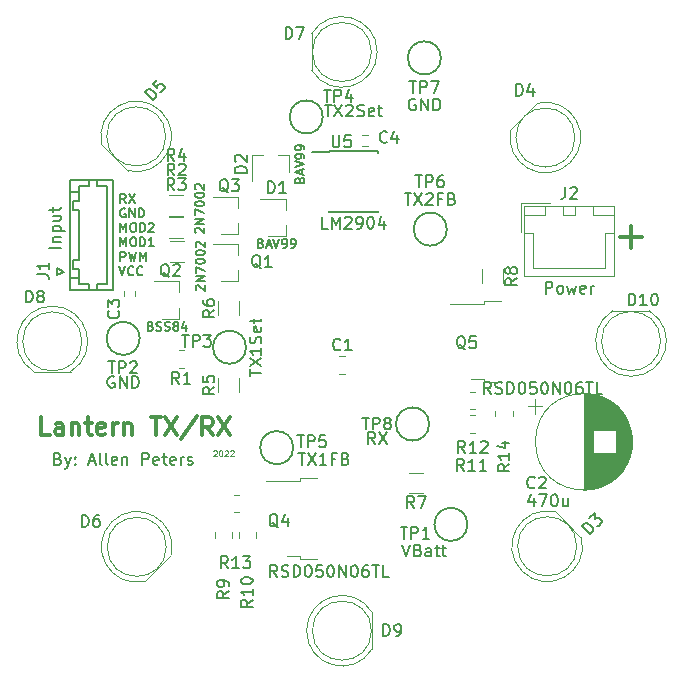
<source format=gbr>
%TF.GenerationSoftware,KiCad,Pcbnew,(6.0.1)*%
%TF.CreationDate,2022-07-03T20:59:54-07:00*%
%TF.ProjectId,EmitterDriverV2,456d6974-7465-4724-9472-697665725632,rev?*%
%TF.SameCoordinates,Original*%
%TF.FileFunction,Legend,Top*%
%TF.FilePolarity,Positive*%
%FSLAX46Y46*%
G04 Gerber Fmt 4.6, Leading zero omitted, Abs format (unit mm)*
G04 Created by KiCad (PCBNEW (6.0.1)) date 2022-07-03 20:59:54*
%MOMM*%
%LPD*%
G01*
G04 APERTURE LIST*
%ADD10C,0.125000*%
%ADD11C,0.300000*%
%ADD12C,0.127000*%
%ADD13C,0.200000*%
%ADD14C,0.150000*%
%ADD15C,0.120000*%
G04 APERTURE END LIST*
D10*
X129142857Y-79273809D02*
X129166666Y-79250000D01*
X129214285Y-79226190D01*
X129333333Y-79226190D01*
X129380952Y-79250000D01*
X129404761Y-79273809D01*
X129428571Y-79321428D01*
X129428571Y-79369047D01*
X129404761Y-79440476D01*
X129119047Y-79726190D01*
X129428571Y-79726190D01*
X129738095Y-79226190D02*
X129785714Y-79226190D01*
X129833333Y-79250000D01*
X129857142Y-79273809D01*
X129880952Y-79321428D01*
X129904761Y-79416666D01*
X129904761Y-79535714D01*
X129880952Y-79630952D01*
X129857142Y-79678571D01*
X129833333Y-79702380D01*
X129785714Y-79726190D01*
X129738095Y-79726190D01*
X129690476Y-79702380D01*
X129666666Y-79678571D01*
X129642857Y-79630952D01*
X129619047Y-79535714D01*
X129619047Y-79416666D01*
X129642857Y-79321428D01*
X129666666Y-79273809D01*
X129690476Y-79250000D01*
X129738095Y-79226190D01*
X130095238Y-79273809D02*
X130119047Y-79250000D01*
X130166666Y-79226190D01*
X130285714Y-79226190D01*
X130333333Y-79250000D01*
X130357142Y-79273809D01*
X130380952Y-79321428D01*
X130380952Y-79369047D01*
X130357142Y-79440476D01*
X130071428Y-79726190D01*
X130380952Y-79726190D01*
X130571428Y-79273809D02*
X130595238Y-79250000D01*
X130642857Y-79226190D01*
X130761904Y-79226190D01*
X130809523Y-79250000D01*
X130833333Y-79273809D01*
X130857142Y-79321428D01*
X130857142Y-79369047D01*
X130833333Y-79440476D01*
X130547619Y-79726190D01*
X130857142Y-79726190D01*
D11*
X163547619Y-61178571D02*
X165452380Y-61178571D01*
X164500000Y-62130952D02*
X164500000Y-60226190D01*
D12*
X121699407Y-58277664D02*
X121445407Y-57914807D01*
X121263978Y-58277664D02*
X121263978Y-57515664D01*
X121554264Y-57515664D01*
X121626835Y-57551950D01*
X121663121Y-57588235D01*
X121699407Y-57660807D01*
X121699407Y-57769664D01*
X121663121Y-57842235D01*
X121626835Y-57878521D01*
X121554264Y-57914807D01*
X121263978Y-57914807D01*
X121953407Y-57515664D02*
X122461407Y-58277664D01*
X122461407Y-57515664D02*
X121953407Y-58277664D01*
X121663121Y-58778770D02*
X121590550Y-58742484D01*
X121481692Y-58742484D01*
X121372835Y-58778770D01*
X121300264Y-58851341D01*
X121263978Y-58923912D01*
X121227692Y-59069055D01*
X121227692Y-59177912D01*
X121263978Y-59323055D01*
X121300264Y-59395627D01*
X121372835Y-59468198D01*
X121481692Y-59504484D01*
X121554264Y-59504484D01*
X121663121Y-59468198D01*
X121699407Y-59431912D01*
X121699407Y-59177912D01*
X121554264Y-59177912D01*
X122025978Y-59504484D02*
X122025978Y-58742484D01*
X122461407Y-59504484D01*
X122461407Y-58742484D01*
X122824264Y-59504484D02*
X122824264Y-58742484D01*
X123005692Y-58742484D01*
X123114550Y-58778770D01*
X123187121Y-58851341D01*
X123223407Y-58923912D01*
X123259692Y-59069055D01*
X123259692Y-59177912D01*
X123223407Y-59323055D01*
X123187121Y-59395627D01*
X123114550Y-59468198D01*
X123005692Y-59504484D01*
X122824264Y-59504484D01*
X121263978Y-60731304D02*
X121263978Y-59969304D01*
X121517978Y-60513590D01*
X121771978Y-59969304D01*
X121771978Y-60731304D01*
X122279978Y-59969304D02*
X122425121Y-59969304D01*
X122497692Y-60005590D01*
X122570264Y-60078161D01*
X122606550Y-60223304D01*
X122606550Y-60477304D01*
X122570264Y-60622447D01*
X122497692Y-60695018D01*
X122425121Y-60731304D01*
X122279978Y-60731304D01*
X122207407Y-60695018D01*
X122134835Y-60622447D01*
X122098550Y-60477304D01*
X122098550Y-60223304D01*
X122134835Y-60078161D01*
X122207407Y-60005590D01*
X122279978Y-59969304D01*
X122933121Y-60731304D02*
X122933121Y-59969304D01*
X123114550Y-59969304D01*
X123223407Y-60005590D01*
X123295978Y-60078161D01*
X123332264Y-60150732D01*
X123368550Y-60295875D01*
X123368550Y-60404732D01*
X123332264Y-60549875D01*
X123295978Y-60622447D01*
X123223407Y-60695018D01*
X123114550Y-60731304D01*
X122933121Y-60731304D01*
X123658835Y-60041875D02*
X123695121Y-60005590D01*
X123767692Y-59969304D01*
X123949121Y-59969304D01*
X124021692Y-60005590D01*
X124057978Y-60041875D01*
X124094264Y-60114447D01*
X124094264Y-60187018D01*
X124057978Y-60295875D01*
X123622550Y-60731304D01*
X124094264Y-60731304D01*
X121263978Y-61958124D02*
X121263978Y-61196124D01*
X121517978Y-61740410D01*
X121771978Y-61196124D01*
X121771978Y-61958124D01*
X122279978Y-61196124D02*
X122425121Y-61196124D01*
X122497692Y-61232410D01*
X122570264Y-61304981D01*
X122606550Y-61450124D01*
X122606550Y-61704124D01*
X122570264Y-61849267D01*
X122497692Y-61921838D01*
X122425121Y-61958124D01*
X122279978Y-61958124D01*
X122207407Y-61921838D01*
X122134835Y-61849267D01*
X122098550Y-61704124D01*
X122098550Y-61450124D01*
X122134835Y-61304981D01*
X122207407Y-61232410D01*
X122279978Y-61196124D01*
X122933121Y-61958124D02*
X122933121Y-61196124D01*
X123114550Y-61196124D01*
X123223407Y-61232410D01*
X123295978Y-61304981D01*
X123332264Y-61377552D01*
X123368550Y-61522695D01*
X123368550Y-61631552D01*
X123332264Y-61776695D01*
X123295978Y-61849267D01*
X123223407Y-61921838D01*
X123114550Y-61958124D01*
X122933121Y-61958124D01*
X124094264Y-61958124D02*
X123658835Y-61958124D01*
X123876550Y-61958124D02*
X123876550Y-61196124D01*
X123803978Y-61304981D01*
X123731407Y-61377552D01*
X123658835Y-61413838D01*
X121263978Y-63184944D02*
X121263978Y-62422944D01*
X121554264Y-62422944D01*
X121626835Y-62459230D01*
X121663121Y-62495515D01*
X121699407Y-62568087D01*
X121699407Y-62676944D01*
X121663121Y-62749515D01*
X121626835Y-62785801D01*
X121554264Y-62822087D01*
X121263978Y-62822087D01*
X121953407Y-62422944D02*
X122134835Y-63184944D01*
X122279978Y-62640658D01*
X122425121Y-63184944D01*
X122606550Y-62422944D01*
X122896835Y-63184944D02*
X122896835Y-62422944D01*
X123150835Y-62967230D01*
X123404835Y-62422944D01*
X123404835Y-63184944D01*
X121155121Y-63649764D02*
X121409121Y-64411764D01*
X121663121Y-63649764D01*
X122352550Y-64339192D02*
X122316264Y-64375478D01*
X122207407Y-64411764D01*
X122134835Y-64411764D01*
X122025978Y-64375478D01*
X121953407Y-64302907D01*
X121917121Y-64230335D01*
X121880835Y-64085192D01*
X121880835Y-63976335D01*
X121917121Y-63831192D01*
X121953407Y-63758621D01*
X122025978Y-63686050D01*
X122134835Y-63649764D01*
X122207407Y-63649764D01*
X122316264Y-63686050D01*
X122352550Y-63722335D01*
X123114550Y-64339192D02*
X123078264Y-64375478D01*
X122969407Y-64411764D01*
X122896835Y-64411764D01*
X122787978Y-64375478D01*
X122715407Y-64302907D01*
X122679121Y-64230335D01*
X122642835Y-64085192D01*
X122642835Y-63976335D01*
X122679121Y-63831192D01*
X122715407Y-63758621D01*
X122787978Y-63686050D01*
X122896835Y-63649764D01*
X122969407Y-63649764D01*
X123078264Y-63686050D01*
X123114550Y-63722335D01*
D13*
X116000000Y-79928571D02*
X116142857Y-79976190D01*
X116190476Y-80023809D01*
X116238095Y-80119047D01*
X116238095Y-80261904D01*
X116190476Y-80357142D01*
X116142857Y-80404761D01*
X116047619Y-80452380D01*
X115666666Y-80452380D01*
X115666666Y-79452380D01*
X116000000Y-79452380D01*
X116095238Y-79500000D01*
X116142857Y-79547619D01*
X116190476Y-79642857D01*
X116190476Y-79738095D01*
X116142857Y-79833333D01*
X116095238Y-79880952D01*
X116000000Y-79928571D01*
X115666666Y-79928571D01*
X116571428Y-79785714D02*
X116809523Y-80452380D01*
X117047619Y-79785714D02*
X116809523Y-80452380D01*
X116714285Y-80690476D01*
X116666666Y-80738095D01*
X116571428Y-80785714D01*
X117428571Y-80357142D02*
X117476190Y-80404761D01*
X117428571Y-80452380D01*
X117380952Y-80404761D01*
X117428571Y-80357142D01*
X117428571Y-80452380D01*
X117428571Y-79833333D02*
X117476190Y-79880952D01*
X117428571Y-79928571D01*
X117380952Y-79880952D01*
X117428571Y-79833333D01*
X117428571Y-79928571D01*
X118619047Y-80166666D02*
X119095238Y-80166666D01*
X118523809Y-80452380D02*
X118857142Y-79452380D01*
X119190476Y-80452380D01*
X119666666Y-80452380D02*
X119571428Y-80404761D01*
X119523809Y-80309523D01*
X119523809Y-79452380D01*
X120190476Y-80452380D02*
X120095238Y-80404761D01*
X120047619Y-80309523D01*
X120047619Y-79452380D01*
X120952380Y-80404761D02*
X120857142Y-80452380D01*
X120666666Y-80452380D01*
X120571428Y-80404761D01*
X120523809Y-80309523D01*
X120523809Y-79928571D01*
X120571428Y-79833333D01*
X120666666Y-79785714D01*
X120857142Y-79785714D01*
X120952380Y-79833333D01*
X121000000Y-79928571D01*
X121000000Y-80023809D01*
X120523809Y-80119047D01*
X121428571Y-79785714D02*
X121428571Y-80452380D01*
X121428571Y-79880952D02*
X121476190Y-79833333D01*
X121571428Y-79785714D01*
X121714285Y-79785714D01*
X121809523Y-79833333D01*
X121857142Y-79928571D01*
X121857142Y-80452380D01*
X123095238Y-80452380D02*
X123095238Y-79452380D01*
X123476190Y-79452380D01*
X123571428Y-79500000D01*
X123619047Y-79547619D01*
X123666666Y-79642857D01*
X123666666Y-79785714D01*
X123619047Y-79880952D01*
X123571428Y-79928571D01*
X123476190Y-79976190D01*
X123095238Y-79976190D01*
X124476190Y-80404761D02*
X124380952Y-80452380D01*
X124190476Y-80452380D01*
X124095238Y-80404761D01*
X124047619Y-80309523D01*
X124047619Y-79928571D01*
X124095238Y-79833333D01*
X124190476Y-79785714D01*
X124380952Y-79785714D01*
X124476190Y-79833333D01*
X124523809Y-79928571D01*
X124523809Y-80023809D01*
X124047619Y-80119047D01*
X124809523Y-79785714D02*
X125190476Y-79785714D01*
X124952380Y-79452380D02*
X124952380Y-80309523D01*
X125000000Y-80404761D01*
X125095238Y-80452380D01*
X125190476Y-80452380D01*
X125904761Y-80404761D02*
X125809523Y-80452380D01*
X125619047Y-80452380D01*
X125523809Y-80404761D01*
X125476190Y-80309523D01*
X125476190Y-79928571D01*
X125523809Y-79833333D01*
X125619047Y-79785714D01*
X125809523Y-79785714D01*
X125904761Y-79833333D01*
X125952380Y-79928571D01*
X125952380Y-80023809D01*
X125476190Y-80119047D01*
X126380952Y-80452380D02*
X126380952Y-79785714D01*
X126380952Y-79976190D02*
X126428571Y-79880952D01*
X126476190Y-79833333D01*
X126571428Y-79785714D01*
X126666666Y-79785714D01*
X126952380Y-80404761D02*
X127047619Y-80452380D01*
X127238095Y-80452380D01*
X127333333Y-80404761D01*
X127380952Y-80309523D01*
X127380952Y-80261904D01*
X127333333Y-80166666D01*
X127238095Y-80119047D01*
X127095238Y-80119047D01*
X127000000Y-80071428D01*
X126952380Y-79976190D01*
X126952380Y-79928571D01*
X127000000Y-79833333D01*
X127095238Y-79785714D01*
X127238095Y-79785714D01*
X127333333Y-79833333D01*
D11*
X115285714Y-77928571D02*
X114571428Y-77928571D01*
X114571428Y-76428571D01*
X116428571Y-77928571D02*
X116428571Y-77142857D01*
X116357142Y-77000000D01*
X116214285Y-76928571D01*
X115928571Y-76928571D01*
X115785714Y-77000000D01*
X116428571Y-77857142D02*
X116285714Y-77928571D01*
X115928571Y-77928571D01*
X115785714Y-77857142D01*
X115714285Y-77714285D01*
X115714285Y-77571428D01*
X115785714Y-77428571D01*
X115928571Y-77357142D01*
X116285714Y-77357142D01*
X116428571Y-77285714D01*
X117142857Y-76928571D02*
X117142857Y-77928571D01*
X117142857Y-77071428D02*
X117214285Y-77000000D01*
X117357142Y-76928571D01*
X117571428Y-76928571D01*
X117714285Y-77000000D01*
X117785714Y-77142857D01*
X117785714Y-77928571D01*
X118285714Y-76928571D02*
X118857142Y-76928571D01*
X118500000Y-76428571D02*
X118500000Y-77714285D01*
X118571428Y-77857142D01*
X118714285Y-77928571D01*
X118857142Y-77928571D01*
X119928571Y-77857142D02*
X119785714Y-77928571D01*
X119500000Y-77928571D01*
X119357142Y-77857142D01*
X119285714Y-77714285D01*
X119285714Y-77142857D01*
X119357142Y-77000000D01*
X119500000Y-76928571D01*
X119785714Y-76928571D01*
X119928571Y-77000000D01*
X120000000Y-77142857D01*
X120000000Y-77285714D01*
X119285714Y-77428571D01*
X120642857Y-77928571D02*
X120642857Y-76928571D01*
X120642857Y-77214285D02*
X120714285Y-77071428D01*
X120785714Y-77000000D01*
X120928571Y-76928571D01*
X121071428Y-76928571D01*
X121571428Y-76928571D02*
X121571428Y-77928571D01*
X121571428Y-77071428D02*
X121642857Y-77000000D01*
X121785714Y-76928571D01*
X122000000Y-76928571D01*
X122142857Y-77000000D01*
X122214285Y-77142857D01*
X122214285Y-77928571D01*
X123857142Y-76428571D02*
X124714285Y-76428571D01*
X124285714Y-77928571D02*
X124285714Y-76428571D01*
X125071428Y-76428571D02*
X126071428Y-77928571D01*
X126071428Y-76428571D02*
X125071428Y-77928571D01*
X127714285Y-76357142D02*
X126428571Y-78285714D01*
X129071428Y-77928571D02*
X128571428Y-77214285D01*
X128214285Y-77928571D02*
X128214285Y-76428571D01*
X128785714Y-76428571D01*
X128928571Y-76500000D01*
X129000000Y-76571428D01*
X129071428Y-76714285D01*
X129071428Y-76928571D01*
X129000000Y-77071428D01*
X128928571Y-77142857D01*
X128785714Y-77214285D01*
X128214285Y-77214285D01*
X129571428Y-76428571D02*
X130571428Y-77928571D01*
X130571428Y-76428571D02*
X129571428Y-77928571D01*
D14*
%TO.C,C2*%
X156333333Y-82357142D02*
X156285714Y-82404761D01*
X156142857Y-82452380D01*
X156047619Y-82452380D01*
X155904761Y-82404761D01*
X155809523Y-82309523D01*
X155761904Y-82214285D01*
X155714285Y-82023809D01*
X155714285Y-81880952D01*
X155761904Y-81690476D01*
X155809523Y-81595238D01*
X155904761Y-81500000D01*
X156047619Y-81452380D01*
X156142857Y-81452380D01*
X156285714Y-81500000D01*
X156333333Y-81547619D01*
X156714285Y-81547619D02*
X156761904Y-81500000D01*
X156857142Y-81452380D01*
X157095238Y-81452380D01*
X157190476Y-81500000D01*
X157238095Y-81547619D01*
X157285714Y-81642857D01*
X157285714Y-81738095D01*
X157238095Y-81880952D01*
X156666666Y-82452380D01*
X157285714Y-82452380D01*
X156285714Y-83285714D02*
X156285714Y-83952380D01*
X156047619Y-82904761D02*
X155809523Y-83619047D01*
X156428571Y-83619047D01*
X156714285Y-82952380D02*
X157380952Y-82952380D01*
X156952380Y-83952380D01*
X157952380Y-82952380D02*
X158047619Y-82952380D01*
X158142857Y-83000000D01*
X158190476Y-83047619D01*
X158238095Y-83142857D01*
X158285714Y-83333333D01*
X158285714Y-83571428D01*
X158238095Y-83761904D01*
X158190476Y-83857142D01*
X158142857Y-83904761D01*
X158047619Y-83952380D01*
X157952380Y-83952380D01*
X157857142Y-83904761D01*
X157809523Y-83857142D01*
X157761904Y-83761904D01*
X157714285Y-83571428D01*
X157714285Y-83333333D01*
X157761904Y-83142857D01*
X157809523Y-83047619D01*
X157857142Y-83000000D01*
X157952380Y-82952380D01*
X159142857Y-83285714D02*
X159142857Y-83952380D01*
X158714285Y-83285714D02*
X158714285Y-83809523D01*
X158761904Y-83904761D01*
X158857142Y-83952380D01*
X159000000Y-83952380D01*
X159095238Y-83904761D01*
X159142857Y-83857142D01*
%TO.C,R12*%
X150444642Y-79452380D02*
X150111309Y-78976190D01*
X149873214Y-79452380D02*
X149873214Y-78452380D01*
X150254166Y-78452380D01*
X150349404Y-78500000D01*
X150397023Y-78547619D01*
X150444642Y-78642857D01*
X150444642Y-78785714D01*
X150397023Y-78880952D01*
X150349404Y-78928571D01*
X150254166Y-78976190D01*
X149873214Y-78976190D01*
X151397023Y-79452380D02*
X150825595Y-79452380D01*
X151111309Y-79452380D02*
X151111309Y-78452380D01*
X151016071Y-78595238D01*
X150920833Y-78690476D01*
X150825595Y-78738095D01*
X151777976Y-78547619D02*
X151825595Y-78500000D01*
X151920833Y-78452380D01*
X152158928Y-78452380D01*
X152254166Y-78500000D01*
X152301785Y-78547619D01*
X152349404Y-78642857D01*
X152349404Y-78738095D01*
X152301785Y-78880952D01*
X151730357Y-79452380D01*
X152349404Y-79452380D01*
%TO.C,D5*%
X124047969Y-49591793D02*
X123340862Y-48884687D01*
X123509221Y-48716328D01*
X123643908Y-48648984D01*
X123778595Y-48648984D01*
X123879610Y-48682656D01*
X124047969Y-48783671D01*
X124148984Y-48884687D01*
X124250000Y-49053045D01*
X124283671Y-49154061D01*
X124283671Y-49288748D01*
X124216328Y-49423435D01*
X124047969Y-49591793D01*
X124384687Y-47840862D02*
X124047969Y-48177580D01*
X124351015Y-48547969D01*
X124351015Y-48480625D01*
X124384687Y-48379610D01*
X124553045Y-48211251D01*
X124654061Y-48177580D01*
X124721404Y-48177580D01*
X124822419Y-48211251D01*
X124990778Y-48379610D01*
X125024450Y-48480625D01*
X125024450Y-48547969D01*
X124990778Y-48648984D01*
X124822419Y-48817343D01*
X124721404Y-48851015D01*
X124654061Y-48851015D01*
%TO.C,TP8*%
X141738095Y-76452380D02*
X142309523Y-76452380D01*
X142023809Y-77452380D02*
X142023809Y-76452380D01*
X142642857Y-77452380D02*
X142642857Y-76452380D01*
X143023809Y-76452380D01*
X143119047Y-76500000D01*
X143166666Y-76547619D01*
X143214285Y-76642857D01*
X143214285Y-76785714D01*
X143166666Y-76880952D01*
X143119047Y-76928571D01*
X143023809Y-76976190D01*
X142642857Y-76976190D01*
X143785714Y-76880952D02*
X143690476Y-76833333D01*
X143642857Y-76785714D01*
X143595238Y-76690476D01*
X143595238Y-76642857D01*
X143642857Y-76547619D01*
X143690476Y-76500000D01*
X143785714Y-76452380D01*
X143976190Y-76452380D01*
X144071428Y-76500000D01*
X144119047Y-76547619D01*
X144166666Y-76642857D01*
X144166666Y-76690476D01*
X144119047Y-76785714D01*
X144071428Y-76833333D01*
X143976190Y-76880952D01*
X143785714Y-76880952D01*
X143690476Y-76928571D01*
X143642857Y-76976190D01*
X143595238Y-77071428D01*
X143595238Y-77261904D01*
X143642857Y-77357142D01*
X143690476Y-77404761D01*
X143785714Y-77452380D01*
X143976190Y-77452380D01*
X144071428Y-77404761D01*
X144119047Y-77357142D01*
X144166666Y-77261904D01*
X144166666Y-77071428D01*
X144119047Y-76976190D01*
X144071428Y-76928571D01*
X143976190Y-76880952D01*
X142833333Y-78702380D02*
X142500000Y-78226190D01*
X142261904Y-78702380D02*
X142261904Y-77702380D01*
X142642857Y-77702380D01*
X142738095Y-77750000D01*
X142785714Y-77797619D01*
X142833333Y-77892857D01*
X142833333Y-78035714D01*
X142785714Y-78130952D01*
X142738095Y-78178571D01*
X142642857Y-78226190D01*
X142261904Y-78226190D01*
X143166666Y-77702380D02*
X143833333Y-78702380D01*
X143833333Y-77702380D02*
X143166666Y-78702380D01*
%TO.C,TP7*%
X145738095Y-47952380D02*
X146309523Y-47952380D01*
X146023809Y-48952380D02*
X146023809Y-47952380D01*
X146642857Y-48952380D02*
X146642857Y-47952380D01*
X147023809Y-47952380D01*
X147119047Y-48000000D01*
X147166666Y-48047619D01*
X147214285Y-48142857D01*
X147214285Y-48285714D01*
X147166666Y-48380952D01*
X147119047Y-48428571D01*
X147023809Y-48476190D01*
X146642857Y-48476190D01*
X147547619Y-47952380D02*
X148214285Y-47952380D01*
X147785714Y-48952380D01*
X146238095Y-49500000D02*
X146142857Y-49452380D01*
X146000000Y-49452380D01*
X145857142Y-49500000D01*
X145761904Y-49595238D01*
X145714285Y-49690476D01*
X145666666Y-49880952D01*
X145666666Y-50023809D01*
X145714285Y-50214285D01*
X145761904Y-50309523D01*
X145857142Y-50404761D01*
X146000000Y-50452380D01*
X146095238Y-50452380D01*
X146238095Y-50404761D01*
X146285714Y-50357142D01*
X146285714Y-50023809D01*
X146095238Y-50023809D01*
X146714285Y-50452380D02*
X146714285Y-49452380D01*
X147285714Y-50452380D01*
X147285714Y-49452380D01*
X147761904Y-50452380D02*
X147761904Y-49452380D01*
X148000000Y-49452380D01*
X148142857Y-49500000D01*
X148238095Y-49595238D01*
X148285714Y-49690476D01*
X148333333Y-49880952D01*
X148333333Y-50023809D01*
X148285714Y-50214285D01*
X148238095Y-50309523D01*
X148142857Y-50404761D01*
X148000000Y-50452380D01*
X147761904Y-50452380D01*
%TO.C,TP6*%
X146238095Y-55952380D02*
X146809523Y-55952380D01*
X146523809Y-56952380D02*
X146523809Y-55952380D01*
X147142857Y-56952380D02*
X147142857Y-55952380D01*
X147523809Y-55952380D01*
X147619047Y-56000000D01*
X147666666Y-56047619D01*
X147714285Y-56142857D01*
X147714285Y-56285714D01*
X147666666Y-56380952D01*
X147619047Y-56428571D01*
X147523809Y-56476190D01*
X147142857Y-56476190D01*
X148571428Y-55952380D02*
X148380952Y-55952380D01*
X148285714Y-56000000D01*
X148238095Y-56047619D01*
X148142857Y-56190476D01*
X148095238Y-56380952D01*
X148095238Y-56761904D01*
X148142857Y-56857142D01*
X148190476Y-56904761D01*
X148285714Y-56952380D01*
X148476190Y-56952380D01*
X148571428Y-56904761D01*
X148619047Y-56857142D01*
X148666666Y-56761904D01*
X148666666Y-56523809D01*
X148619047Y-56428571D01*
X148571428Y-56380952D01*
X148476190Y-56333333D01*
X148285714Y-56333333D01*
X148190476Y-56380952D01*
X148142857Y-56428571D01*
X148095238Y-56523809D01*
X145333333Y-57452380D02*
X145904761Y-57452380D01*
X145619047Y-58452380D02*
X145619047Y-57452380D01*
X146142857Y-57452380D02*
X146809523Y-58452380D01*
X146809523Y-57452380D02*
X146142857Y-58452380D01*
X147142857Y-57547619D02*
X147190476Y-57500000D01*
X147285714Y-57452380D01*
X147523809Y-57452380D01*
X147619047Y-57500000D01*
X147666666Y-57547619D01*
X147714285Y-57642857D01*
X147714285Y-57738095D01*
X147666666Y-57880952D01*
X147095238Y-58452380D01*
X147714285Y-58452380D01*
X148476190Y-57928571D02*
X148142857Y-57928571D01*
X148142857Y-58452380D02*
X148142857Y-57452380D01*
X148619047Y-57452380D01*
X149333333Y-57928571D02*
X149476190Y-57976190D01*
X149523809Y-58023809D01*
X149571428Y-58119047D01*
X149571428Y-58261904D01*
X149523809Y-58357142D01*
X149476190Y-58404761D01*
X149380952Y-58452380D01*
X149000000Y-58452380D01*
X149000000Y-57452380D01*
X149333333Y-57452380D01*
X149428571Y-57500000D01*
X149476190Y-57547619D01*
X149523809Y-57642857D01*
X149523809Y-57738095D01*
X149476190Y-57833333D01*
X149428571Y-57880952D01*
X149333333Y-57928571D01*
X149000000Y-57928571D01*
%TO.C,TP5*%
X136238095Y-77952380D02*
X136809523Y-77952380D01*
X136523809Y-78952380D02*
X136523809Y-77952380D01*
X137142857Y-78952380D02*
X137142857Y-77952380D01*
X137523809Y-77952380D01*
X137619047Y-78000000D01*
X137666666Y-78047619D01*
X137714285Y-78142857D01*
X137714285Y-78285714D01*
X137666666Y-78380952D01*
X137619047Y-78428571D01*
X137523809Y-78476190D01*
X137142857Y-78476190D01*
X138619047Y-77952380D02*
X138142857Y-77952380D01*
X138095238Y-78428571D01*
X138142857Y-78380952D01*
X138238095Y-78333333D01*
X138476190Y-78333333D01*
X138571428Y-78380952D01*
X138619047Y-78428571D01*
X138666666Y-78523809D01*
X138666666Y-78761904D01*
X138619047Y-78857142D01*
X138571428Y-78904761D01*
X138476190Y-78952380D01*
X138238095Y-78952380D01*
X138142857Y-78904761D01*
X138095238Y-78857142D01*
X136333333Y-79452380D02*
X136904761Y-79452380D01*
X136619047Y-80452380D02*
X136619047Y-79452380D01*
X137142857Y-79452380D02*
X137809523Y-80452380D01*
X137809523Y-79452380D02*
X137142857Y-80452380D01*
X138714285Y-80452380D02*
X138142857Y-80452380D01*
X138428571Y-80452380D02*
X138428571Y-79452380D01*
X138333333Y-79595238D01*
X138238095Y-79690476D01*
X138142857Y-79738095D01*
X139476190Y-79928571D02*
X139142857Y-79928571D01*
X139142857Y-80452380D02*
X139142857Y-79452380D01*
X139619047Y-79452380D01*
X140333333Y-79928571D02*
X140476190Y-79976190D01*
X140523809Y-80023809D01*
X140571428Y-80119047D01*
X140571428Y-80261904D01*
X140523809Y-80357142D01*
X140476190Y-80404761D01*
X140380952Y-80452380D01*
X140000000Y-80452380D01*
X140000000Y-79452380D01*
X140333333Y-79452380D01*
X140428571Y-79500000D01*
X140476190Y-79547619D01*
X140523809Y-79642857D01*
X140523809Y-79738095D01*
X140476190Y-79833333D01*
X140428571Y-79880952D01*
X140333333Y-79928571D01*
X140000000Y-79928571D01*
%TO.C,TP4*%
X138488095Y-48702380D02*
X139059523Y-48702380D01*
X138773809Y-49702380D02*
X138773809Y-48702380D01*
X139392857Y-49702380D02*
X139392857Y-48702380D01*
X139773809Y-48702380D01*
X139869047Y-48750000D01*
X139916666Y-48797619D01*
X139964285Y-48892857D01*
X139964285Y-49035714D01*
X139916666Y-49130952D01*
X139869047Y-49178571D01*
X139773809Y-49226190D01*
X139392857Y-49226190D01*
X140821428Y-49035714D02*
X140821428Y-49702380D01*
X140583333Y-48654761D02*
X140345238Y-49369047D01*
X140964285Y-49369047D01*
X138571428Y-49952380D02*
X139142857Y-49952380D01*
X138857142Y-50952380D02*
X138857142Y-49952380D01*
X139380952Y-49952380D02*
X140047619Y-50952380D01*
X140047619Y-49952380D02*
X139380952Y-50952380D01*
X140380952Y-50047619D02*
X140428571Y-50000000D01*
X140523809Y-49952380D01*
X140761904Y-49952380D01*
X140857142Y-50000000D01*
X140904761Y-50047619D01*
X140952380Y-50142857D01*
X140952380Y-50238095D01*
X140904761Y-50380952D01*
X140333333Y-50952380D01*
X140952380Y-50952380D01*
X141333333Y-50904761D02*
X141476190Y-50952380D01*
X141714285Y-50952380D01*
X141809523Y-50904761D01*
X141857142Y-50857142D01*
X141904761Y-50761904D01*
X141904761Y-50666666D01*
X141857142Y-50571428D01*
X141809523Y-50523809D01*
X141714285Y-50476190D01*
X141523809Y-50428571D01*
X141428571Y-50380952D01*
X141380952Y-50333333D01*
X141333333Y-50238095D01*
X141333333Y-50142857D01*
X141380952Y-50047619D01*
X141428571Y-50000000D01*
X141523809Y-49952380D01*
X141761904Y-49952380D01*
X141904761Y-50000000D01*
X142714285Y-50904761D02*
X142619047Y-50952380D01*
X142428571Y-50952380D01*
X142333333Y-50904761D01*
X142285714Y-50809523D01*
X142285714Y-50428571D01*
X142333333Y-50333333D01*
X142428571Y-50285714D01*
X142619047Y-50285714D01*
X142714285Y-50333333D01*
X142761904Y-50428571D01*
X142761904Y-50523809D01*
X142285714Y-50619047D01*
X143047619Y-50285714D02*
X143428571Y-50285714D01*
X143190476Y-49952380D02*
X143190476Y-50809523D01*
X143238095Y-50904761D01*
X143333333Y-50952380D01*
X143428571Y-50952380D01*
%TO.C,TP3*%
X126488095Y-69452380D02*
X127059523Y-69452380D01*
X126773809Y-70452380D02*
X126773809Y-69452380D01*
X127392857Y-70452380D02*
X127392857Y-69452380D01*
X127773809Y-69452380D01*
X127869047Y-69500000D01*
X127916666Y-69547619D01*
X127964285Y-69642857D01*
X127964285Y-69785714D01*
X127916666Y-69880952D01*
X127869047Y-69928571D01*
X127773809Y-69976190D01*
X127392857Y-69976190D01*
X128297619Y-69452380D02*
X128916666Y-69452380D01*
X128583333Y-69833333D01*
X128726190Y-69833333D01*
X128821428Y-69880952D01*
X128869047Y-69928571D01*
X128916666Y-70023809D01*
X128916666Y-70261904D01*
X128869047Y-70357142D01*
X128821428Y-70404761D01*
X128726190Y-70452380D01*
X128440476Y-70452380D01*
X128345238Y-70404761D01*
X128297619Y-70357142D01*
X132202380Y-72928571D02*
X132202380Y-72357142D01*
X133202380Y-72642857D02*
X132202380Y-72642857D01*
X132202380Y-72119047D02*
X133202380Y-71452380D01*
X132202380Y-71452380D02*
X133202380Y-72119047D01*
X133202380Y-70547619D02*
X133202380Y-71119047D01*
X133202380Y-70833333D02*
X132202380Y-70833333D01*
X132345238Y-70928571D01*
X132440476Y-71023809D01*
X132488095Y-71119047D01*
X133154761Y-70166666D02*
X133202380Y-70023809D01*
X133202380Y-69785714D01*
X133154761Y-69690476D01*
X133107142Y-69642857D01*
X133011904Y-69595238D01*
X132916666Y-69595238D01*
X132821428Y-69642857D01*
X132773809Y-69690476D01*
X132726190Y-69785714D01*
X132678571Y-69976190D01*
X132630952Y-70071428D01*
X132583333Y-70119047D01*
X132488095Y-70166666D01*
X132392857Y-70166666D01*
X132297619Y-70119047D01*
X132250000Y-70071428D01*
X132202380Y-69976190D01*
X132202380Y-69738095D01*
X132250000Y-69595238D01*
X133154761Y-68785714D02*
X133202380Y-68880952D01*
X133202380Y-69071428D01*
X133154761Y-69166666D01*
X133059523Y-69214285D01*
X132678571Y-69214285D01*
X132583333Y-69166666D01*
X132535714Y-69071428D01*
X132535714Y-68880952D01*
X132583333Y-68785714D01*
X132678571Y-68738095D01*
X132773809Y-68738095D01*
X132869047Y-69214285D01*
X132535714Y-68452380D02*
X132535714Y-68071428D01*
X132202380Y-68309523D02*
X133059523Y-68309523D01*
X133154761Y-68261904D01*
X133202380Y-68166666D01*
X133202380Y-68071428D01*
%TO.C,TP2*%
X120238095Y-71702380D02*
X120809523Y-71702380D01*
X120523809Y-72702380D02*
X120523809Y-71702380D01*
X121142857Y-72702380D02*
X121142857Y-71702380D01*
X121523809Y-71702380D01*
X121619047Y-71750000D01*
X121666666Y-71797619D01*
X121714285Y-71892857D01*
X121714285Y-72035714D01*
X121666666Y-72130952D01*
X121619047Y-72178571D01*
X121523809Y-72226190D01*
X121142857Y-72226190D01*
X122095238Y-71797619D02*
X122142857Y-71750000D01*
X122238095Y-71702380D01*
X122476190Y-71702380D01*
X122571428Y-71750000D01*
X122619047Y-71797619D01*
X122666666Y-71892857D01*
X122666666Y-71988095D01*
X122619047Y-72130952D01*
X122047619Y-72702380D01*
X122666666Y-72702380D01*
X120738095Y-73000000D02*
X120642857Y-72952380D01*
X120500000Y-72952380D01*
X120357142Y-73000000D01*
X120261904Y-73095238D01*
X120214285Y-73190476D01*
X120166666Y-73380952D01*
X120166666Y-73523809D01*
X120214285Y-73714285D01*
X120261904Y-73809523D01*
X120357142Y-73904761D01*
X120500000Y-73952380D01*
X120595238Y-73952380D01*
X120738095Y-73904761D01*
X120785714Y-73857142D01*
X120785714Y-73523809D01*
X120595238Y-73523809D01*
X121214285Y-73952380D02*
X121214285Y-72952380D01*
X121785714Y-73952380D01*
X121785714Y-72952380D01*
X122261904Y-73952380D02*
X122261904Y-72952380D01*
X122500000Y-72952380D01*
X122642857Y-73000000D01*
X122738095Y-73095238D01*
X122785714Y-73190476D01*
X122833333Y-73380952D01*
X122833333Y-73523809D01*
X122785714Y-73714285D01*
X122738095Y-73809523D01*
X122642857Y-73904761D01*
X122500000Y-73952380D01*
X122261904Y-73952380D01*
%TO.C,TP1*%
X144988095Y-85702380D02*
X145559523Y-85702380D01*
X145273809Y-86702380D02*
X145273809Y-85702380D01*
X145892857Y-86702380D02*
X145892857Y-85702380D01*
X146273809Y-85702380D01*
X146369047Y-85750000D01*
X146416666Y-85797619D01*
X146464285Y-85892857D01*
X146464285Y-86035714D01*
X146416666Y-86130952D01*
X146369047Y-86178571D01*
X146273809Y-86226190D01*
X145892857Y-86226190D01*
X147416666Y-86702380D02*
X146845238Y-86702380D01*
X147130952Y-86702380D02*
X147130952Y-85702380D01*
X147035714Y-85845238D01*
X146940476Y-85940476D01*
X146845238Y-85988095D01*
X145142857Y-87202380D02*
X145476190Y-88202380D01*
X145809523Y-87202380D01*
X146476190Y-87678571D02*
X146619047Y-87726190D01*
X146666666Y-87773809D01*
X146714285Y-87869047D01*
X146714285Y-88011904D01*
X146666666Y-88107142D01*
X146619047Y-88154761D01*
X146523809Y-88202380D01*
X146142857Y-88202380D01*
X146142857Y-87202380D01*
X146476190Y-87202380D01*
X146571428Y-87250000D01*
X146619047Y-87297619D01*
X146666666Y-87392857D01*
X146666666Y-87488095D01*
X146619047Y-87583333D01*
X146571428Y-87630952D01*
X146476190Y-87678571D01*
X146142857Y-87678571D01*
X147571428Y-88202380D02*
X147571428Y-87678571D01*
X147523809Y-87583333D01*
X147428571Y-87535714D01*
X147238095Y-87535714D01*
X147142857Y-87583333D01*
X147571428Y-88154761D02*
X147476190Y-88202380D01*
X147238095Y-88202380D01*
X147142857Y-88154761D01*
X147095238Y-88059523D01*
X147095238Y-87964285D01*
X147142857Y-87869047D01*
X147238095Y-87821428D01*
X147476190Y-87821428D01*
X147571428Y-87773809D01*
X147904761Y-87535714D02*
X148285714Y-87535714D01*
X148047619Y-87202380D02*
X148047619Y-88059523D01*
X148095238Y-88154761D01*
X148190476Y-88202380D01*
X148285714Y-88202380D01*
X148476190Y-87535714D02*
X148857142Y-87535714D01*
X148619047Y-87202380D02*
X148619047Y-88059523D01*
X148666666Y-88154761D01*
X148761904Y-88202380D01*
X148857142Y-88202380D01*
%TO.C,R1*%
X126245833Y-73602380D02*
X125912500Y-73126190D01*
X125674404Y-73602380D02*
X125674404Y-72602380D01*
X126055357Y-72602380D01*
X126150595Y-72650000D01*
X126198214Y-72697619D01*
X126245833Y-72792857D01*
X126245833Y-72935714D01*
X126198214Y-73030952D01*
X126150595Y-73078571D01*
X126055357Y-73126190D01*
X125674404Y-73126190D01*
X127198214Y-73602380D02*
X126626785Y-73602380D01*
X126912500Y-73602380D02*
X126912500Y-72602380D01*
X126817261Y-72745238D01*
X126722023Y-72840476D01*
X126626785Y-72888095D01*
%TO.C,C1*%
X139883333Y-70677142D02*
X139835714Y-70724761D01*
X139692857Y-70772380D01*
X139597619Y-70772380D01*
X139454761Y-70724761D01*
X139359523Y-70629523D01*
X139311904Y-70534285D01*
X139264285Y-70343809D01*
X139264285Y-70200952D01*
X139311904Y-70010476D01*
X139359523Y-69915238D01*
X139454761Y-69820000D01*
X139597619Y-69772380D01*
X139692857Y-69772380D01*
X139835714Y-69820000D01*
X139883333Y-69867619D01*
X140835714Y-70772380D02*
X140264285Y-70772380D01*
X140550000Y-70772380D02*
X140550000Y-69772380D01*
X140454761Y-69915238D01*
X140359523Y-70010476D01*
X140264285Y-70058095D01*
%TO.C,R14*%
X154202380Y-80392857D02*
X153726190Y-80726190D01*
X154202380Y-80964285D02*
X153202380Y-80964285D01*
X153202380Y-80583333D01*
X153250000Y-80488095D01*
X153297619Y-80440476D01*
X153392857Y-80392857D01*
X153535714Y-80392857D01*
X153630952Y-80440476D01*
X153678571Y-80488095D01*
X153726190Y-80583333D01*
X153726190Y-80964285D01*
X154202380Y-79440476D02*
X154202380Y-80011904D01*
X154202380Y-79726190D02*
X153202380Y-79726190D01*
X153345238Y-79821428D01*
X153440476Y-79916666D01*
X153488095Y-80011904D01*
X153535714Y-78583333D02*
X154202380Y-78583333D01*
X153154761Y-78821428D02*
X153869047Y-79059523D01*
X153869047Y-78440476D01*
%TO.C,R13*%
X130357142Y-89202380D02*
X130023809Y-88726190D01*
X129785714Y-89202380D02*
X129785714Y-88202380D01*
X130166666Y-88202380D01*
X130261904Y-88250000D01*
X130309523Y-88297619D01*
X130357142Y-88392857D01*
X130357142Y-88535714D01*
X130309523Y-88630952D01*
X130261904Y-88678571D01*
X130166666Y-88726190D01*
X129785714Y-88726190D01*
X131309523Y-89202380D02*
X130738095Y-89202380D01*
X131023809Y-89202380D02*
X131023809Y-88202380D01*
X130928571Y-88345238D01*
X130833333Y-88440476D01*
X130738095Y-88488095D01*
X131642857Y-88202380D02*
X132261904Y-88202380D01*
X131928571Y-88583333D01*
X132071428Y-88583333D01*
X132166666Y-88630952D01*
X132214285Y-88678571D01*
X132261904Y-88773809D01*
X132261904Y-89011904D01*
X132214285Y-89107142D01*
X132166666Y-89154761D01*
X132071428Y-89202380D01*
X131785714Y-89202380D01*
X131690476Y-89154761D01*
X131642857Y-89107142D01*
%TO.C,R11*%
X150357142Y-80952380D02*
X150023809Y-80476190D01*
X149785714Y-80952380D02*
X149785714Y-79952380D01*
X150166666Y-79952380D01*
X150261904Y-80000000D01*
X150309523Y-80047619D01*
X150357142Y-80142857D01*
X150357142Y-80285714D01*
X150309523Y-80380952D01*
X150261904Y-80428571D01*
X150166666Y-80476190D01*
X149785714Y-80476190D01*
X151309523Y-80952380D02*
X150738095Y-80952380D01*
X151023809Y-80952380D02*
X151023809Y-79952380D01*
X150928571Y-80095238D01*
X150833333Y-80190476D01*
X150738095Y-80238095D01*
X152261904Y-80952380D02*
X151690476Y-80952380D01*
X151976190Y-80952380D02*
X151976190Y-79952380D01*
X151880952Y-80095238D01*
X151785714Y-80190476D01*
X151690476Y-80238095D01*
%TO.C,R10*%
X132452380Y-91892857D02*
X131976190Y-92226190D01*
X132452380Y-92464285D02*
X131452380Y-92464285D01*
X131452380Y-92083333D01*
X131500000Y-91988095D01*
X131547619Y-91940476D01*
X131642857Y-91892857D01*
X131785714Y-91892857D01*
X131880952Y-91940476D01*
X131928571Y-91988095D01*
X131976190Y-92083333D01*
X131976190Y-92464285D01*
X132452380Y-90940476D02*
X132452380Y-91511904D01*
X132452380Y-91226190D02*
X131452380Y-91226190D01*
X131595238Y-91321428D01*
X131690476Y-91416666D01*
X131738095Y-91511904D01*
X131452380Y-90321428D02*
X131452380Y-90226190D01*
X131500000Y-90130952D01*
X131547619Y-90083333D01*
X131642857Y-90035714D01*
X131833333Y-89988095D01*
X132071428Y-89988095D01*
X132261904Y-90035714D01*
X132357142Y-90083333D01*
X132404761Y-90130952D01*
X132452380Y-90226190D01*
X132452380Y-90321428D01*
X132404761Y-90416666D01*
X132357142Y-90464285D01*
X132261904Y-90511904D01*
X132071428Y-90559523D01*
X131833333Y-90559523D01*
X131642857Y-90511904D01*
X131547619Y-90464285D01*
X131500000Y-90416666D01*
X131452380Y-90321428D01*
%TO.C,R9*%
X130452380Y-91166666D02*
X129976190Y-91500000D01*
X130452380Y-91738095D02*
X129452380Y-91738095D01*
X129452380Y-91357142D01*
X129500000Y-91261904D01*
X129547619Y-91214285D01*
X129642857Y-91166666D01*
X129785714Y-91166666D01*
X129880952Y-91214285D01*
X129928571Y-91261904D01*
X129976190Y-91357142D01*
X129976190Y-91738095D01*
X130452380Y-90690476D02*
X130452380Y-90500000D01*
X130404761Y-90404761D01*
X130357142Y-90357142D01*
X130214285Y-90261904D01*
X130023809Y-90214285D01*
X129642857Y-90214285D01*
X129547619Y-90261904D01*
X129500000Y-90309523D01*
X129452380Y-90404761D01*
X129452380Y-90595238D01*
X129500000Y-90690476D01*
X129547619Y-90738095D01*
X129642857Y-90785714D01*
X129880952Y-90785714D01*
X129976190Y-90738095D01*
X130023809Y-90690476D01*
X130071428Y-90595238D01*
X130071428Y-90404761D01*
X130023809Y-90309523D01*
X129976190Y-90261904D01*
X129880952Y-90214285D01*
%TO.C,D10*%
X164285714Y-66952380D02*
X164285714Y-65952380D01*
X164523809Y-65952380D01*
X164666666Y-66000000D01*
X164761904Y-66095238D01*
X164809523Y-66190476D01*
X164857142Y-66380952D01*
X164857142Y-66523809D01*
X164809523Y-66714285D01*
X164761904Y-66809523D01*
X164666666Y-66904761D01*
X164523809Y-66952380D01*
X164285714Y-66952380D01*
X165809523Y-66952380D02*
X165238095Y-66952380D01*
X165523809Y-66952380D02*
X165523809Y-65952380D01*
X165428571Y-66095238D01*
X165333333Y-66190476D01*
X165238095Y-66238095D01*
X166428571Y-65952380D02*
X166523809Y-65952380D01*
X166619047Y-66000000D01*
X166666666Y-66047619D01*
X166714285Y-66142857D01*
X166761904Y-66333333D01*
X166761904Y-66571428D01*
X166714285Y-66761904D01*
X166666666Y-66857142D01*
X166619047Y-66904761D01*
X166523809Y-66952380D01*
X166428571Y-66952380D01*
X166333333Y-66904761D01*
X166285714Y-66857142D01*
X166238095Y-66761904D01*
X166190476Y-66571428D01*
X166190476Y-66333333D01*
X166238095Y-66142857D01*
X166285714Y-66047619D01*
X166333333Y-66000000D01*
X166428571Y-65952380D01*
%TO.C,D9*%
X143511904Y-94952380D02*
X143511904Y-93952380D01*
X143750000Y-93952380D01*
X143892857Y-94000000D01*
X143988095Y-94095238D01*
X144035714Y-94190476D01*
X144083333Y-94380952D01*
X144083333Y-94523809D01*
X144035714Y-94714285D01*
X143988095Y-94809523D01*
X143892857Y-94904761D01*
X143750000Y-94952380D01*
X143511904Y-94952380D01*
X144559523Y-94952380D02*
X144750000Y-94952380D01*
X144845238Y-94904761D01*
X144892857Y-94857142D01*
X144988095Y-94714285D01*
X145035714Y-94523809D01*
X145035714Y-94142857D01*
X144988095Y-94047619D01*
X144940476Y-94000000D01*
X144845238Y-93952380D01*
X144654761Y-93952380D01*
X144559523Y-94000000D01*
X144511904Y-94047619D01*
X144464285Y-94142857D01*
X144464285Y-94380952D01*
X144511904Y-94476190D01*
X144559523Y-94523809D01*
X144654761Y-94571428D01*
X144845238Y-94571428D01*
X144940476Y-94523809D01*
X144988095Y-94476190D01*
X145035714Y-94380952D01*
%TO.C,D8*%
X113261904Y-66702380D02*
X113261904Y-65702380D01*
X113500000Y-65702380D01*
X113642857Y-65750000D01*
X113738095Y-65845238D01*
X113785714Y-65940476D01*
X113833333Y-66130952D01*
X113833333Y-66273809D01*
X113785714Y-66464285D01*
X113738095Y-66559523D01*
X113642857Y-66654761D01*
X113500000Y-66702380D01*
X113261904Y-66702380D01*
X114404761Y-66130952D02*
X114309523Y-66083333D01*
X114261904Y-66035714D01*
X114214285Y-65940476D01*
X114214285Y-65892857D01*
X114261904Y-65797619D01*
X114309523Y-65750000D01*
X114404761Y-65702380D01*
X114595238Y-65702380D01*
X114690476Y-65750000D01*
X114738095Y-65797619D01*
X114785714Y-65892857D01*
X114785714Y-65940476D01*
X114738095Y-66035714D01*
X114690476Y-66083333D01*
X114595238Y-66130952D01*
X114404761Y-66130952D01*
X114309523Y-66178571D01*
X114261904Y-66226190D01*
X114214285Y-66321428D01*
X114214285Y-66511904D01*
X114261904Y-66607142D01*
X114309523Y-66654761D01*
X114404761Y-66702380D01*
X114595238Y-66702380D01*
X114690476Y-66654761D01*
X114738095Y-66607142D01*
X114785714Y-66511904D01*
X114785714Y-66321428D01*
X114738095Y-66226190D01*
X114690476Y-66178571D01*
X114595238Y-66130952D01*
%TO.C,D7*%
X135261904Y-44407380D02*
X135261904Y-43407380D01*
X135500000Y-43407380D01*
X135642857Y-43455000D01*
X135738095Y-43550238D01*
X135785714Y-43645476D01*
X135833333Y-43835952D01*
X135833333Y-43978809D01*
X135785714Y-44169285D01*
X135738095Y-44264523D01*
X135642857Y-44359761D01*
X135500000Y-44407380D01*
X135261904Y-44407380D01*
X136166666Y-43407380D02*
X136833333Y-43407380D01*
X136404761Y-44407380D01*
%TO.C,D6*%
X118011904Y-85702380D02*
X118011904Y-84702380D01*
X118250000Y-84702380D01*
X118392857Y-84750000D01*
X118488095Y-84845238D01*
X118535714Y-84940476D01*
X118583333Y-85130952D01*
X118583333Y-85273809D01*
X118535714Y-85464285D01*
X118488095Y-85559523D01*
X118392857Y-85654761D01*
X118250000Y-85702380D01*
X118011904Y-85702380D01*
X119440476Y-84702380D02*
X119250000Y-84702380D01*
X119154761Y-84750000D01*
X119107142Y-84797619D01*
X119011904Y-84940476D01*
X118964285Y-85130952D01*
X118964285Y-85511904D01*
X119011904Y-85607142D01*
X119059523Y-85654761D01*
X119154761Y-85702380D01*
X119345238Y-85702380D01*
X119440476Y-85654761D01*
X119488095Y-85607142D01*
X119535714Y-85511904D01*
X119535714Y-85273809D01*
X119488095Y-85178571D01*
X119440476Y-85130952D01*
X119345238Y-85083333D01*
X119154761Y-85083333D01*
X119059523Y-85130952D01*
X119011904Y-85178571D01*
X118964285Y-85273809D01*
%TO.C,D4*%
X154761904Y-49202380D02*
X154761904Y-48202380D01*
X155000000Y-48202380D01*
X155142857Y-48250000D01*
X155238095Y-48345238D01*
X155285714Y-48440476D01*
X155333333Y-48630952D01*
X155333333Y-48773809D01*
X155285714Y-48964285D01*
X155238095Y-49059523D01*
X155142857Y-49154761D01*
X155000000Y-49202380D01*
X154761904Y-49202380D01*
X156190476Y-48535714D02*
X156190476Y-49202380D01*
X155952380Y-48154761D02*
X155714285Y-48869047D01*
X156333333Y-48869047D01*
%TO.C,D3*%
X161047969Y-86341793D02*
X160340862Y-85634687D01*
X160509221Y-85466328D01*
X160643908Y-85398984D01*
X160778595Y-85398984D01*
X160879610Y-85432656D01*
X161047969Y-85533671D01*
X161148984Y-85634687D01*
X161250000Y-85803045D01*
X161283671Y-85904061D01*
X161283671Y-86038748D01*
X161216328Y-86173435D01*
X161047969Y-86341793D01*
X160980625Y-84994923D02*
X161418358Y-84557190D01*
X161452030Y-85062267D01*
X161553045Y-84961251D01*
X161654061Y-84927580D01*
X161721404Y-84927580D01*
X161822419Y-84961251D01*
X161990778Y-85129610D01*
X162024450Y-85230625D01*
X162024450Y-85297969D01*
X161990778Y-85398984D01*
X161788748Y-85601015D01*
X161687732Y-85634687D01*
X161620389Y-85634687D01*
%TO.C,C3*%
X121087142Y-67416666D02*
X121134761Y-67464285D01*
X121182380Y-67607142D01*
X121182380Y-67702380D01*
X121134761Y-67845238D01*
X121039523Y-67940476D01*
X120944285Y-67988095D01*
X120753809Y-68035714D01*
X120610952Y-68035714D01*
X120420476Y-67988095D01*
X120325238Y-67940476D01*
X120230000Y-67845238D01*
X120182380Y-67702380D01*
X120182380Y-67607142D01*
X120230000Y-67464285D01*
X120277619Y-67416666D01*
X120182380Y-67083333D02*
X120182380Y-66464285D01*
X120563333Y-66797619D01*
X120563333Y-66654761D01*
X120610952Y-66559523D01*
X120658571Y-66511904D01*
X120753809Y-66464285D01*
X120991904Y-66464285D01*
X121087142Y-66511904D01*
X121134761Y-66559523D01*
X121182380Y-66654761D01*
X121182380Y-66940476D01*
X121134761Y-67035714D01*
X121087142Y-67083333D01*
%TO.C,C4*%
X143833333Y-53107142D02*
X143785714Y-53154761D01*
X143642857Y-53202380D01*
X143547619Y-53202380D01*
X143404761Y-53154761D01*
X143309523Y-53059523D01*
X143261904Y-52964285D01*
X143214285Y-52773809D01*
X143214285Y-52630952D01*
X143261904Y-52440476D01*
X143309523Y-52345238D01*
X143404761Y-52250000D01*
X143547619Y-52202380D01*
X143642857Y-52202380D01*
X143785714Y-52250000D01*
X143833333Y-52297619D01*
X144690476Y-52535714D02*
X144690476Y-53202380D01*
X144452380Y-52154761D02*
X144214285Y-52869047D01*
X144833333Y-52869047D01*
%TO.C,D1*%
X133761904Y-57452380D02*
X133761904Y-56452380D01*
X134000000Y-56452380D01*
X134142857Y-56500000D01*
X134238095Y-56595238D01*
X134285714Y-56690476D01*
X134333333Y-56880952D01*
X134333333Y-57023809D01*
X134285714Y-57214285D01*
X134238095Y-57309523D01*
X134142857Y-57404761D01*
X134000000Y-57452380D01*
X133761904Y-57452380D01*
X135285714Y-57452380D02*
X134714285Y-57452380D01*
X135000000Y-57452380D02*
X135000000Y-56452380D01*
X134904761Y-56595238D01*
X134809523Y-56690476D01*
X134714285Y-56738095D01*
D12*
X133175571Y-61690571D02*
X133284428Y-61726857D01*
X133320714Y-61763142D01*
X133357000Y-61835714D01*
X133357000Y-61944571D01*
X133320714Y-62017142D01*
X133284428Y-62053428D01*
X133211857Y-62089714D01*
X132921571Y-62089714D01*
X132921571Y-61327714D01*
X133175571Y-61327714D01*
X133248142Y-61364000D01*
X133284428Y-61400285D01*
X133320714Y-61472857D01*
X133320714Y-61545428D01*
X133284428Y-61618000D01*
X133248142Y-61654285D01*
X133175571Y-61690571D01*
X132921571Y-61690571D01*
X133647285Y-61872000D02*
X134010142Y-61872000D01*
X133574714Y-62089714D02*
X133828714Y-61327714D01*
X134082714Y-62089714D01*
X134227857Y-61327714D02*
X134481857Y-62089714D01*
X134735857Y-61327714D01*
X135026142Y-62089714D02*
X135171285Y-62089714D01*
X135243857Y-62053428D01*
X135280142Y-62017142D01*
X135352714Y-61908285D01*
X135389000Y-61763142D01*
X135389000Y-61472857D01*
X135352714Y-61400285D01*
X135316428Y-61364000D01*
X135243857Y-61327714D01*
X135098714Y-61327714D01*
X135026142Y-61364000D01*
X134989857Y-61400285D01*
X134953571Y-61472857D01*
X134953571Y-61654285D01*
X134989857Y-61726857D01*
X135026142Y-61763142D01*
X135098714Y-61799428D01*
X135243857Y-61799428D01*
X135316428Y-61763142D01*
X135352714Y-61726857D01*
X135389000Y-61654285D01*
X135751857Y-62089714D02*
X135897000Y-62089714D01*
X135969571Y-62053428D01*
X136005857Y-62017142D01*
X136078428Y-61908285D01*
X136114714Y-61763142D01*
X136114714Y-61472857D01*
X136078428Y-61400285D01*
X136042142Y-61364000D01*
X135969571Y-61327714D01*
X135824428Y-61327714D01*
X135751857Y-61364000D01*
X135715571Y-61400285D01*
X135679285Y-61472857D01*
X135679285Y-61654285D01*
X135715571Y-61726857D01*
X135751857Y-61763142D01*
X135824428Y-61799428D01*
X135969571Y-61799428D01*
X136042142Y-61763142D01*
X136078428Y-61726857D01*
X136114714Y-61654285D01*
D14*
%TO.C,D2*%
X131952380Y-55738095D02*
X130952380Y-55738095D01*
X130952380Y-55500000D01*
X131000000Y-55357142D01*
X131095238Y-55261904D01*
X131190476Y-55214285D01*
X131380952Y-55166666D01*
X131523809Y-55166666D01*
X131714285Y-55214285D01*
X131809523Y-55261904D01*
X131904761Y-55357142D01*
X131952380Y-55500000D01*
X131952380Y-55738095D01*
X131047619Y-54785714D02*
X131000000Y-54738095D01*
X130952380Y-54642857D01*
X130952380Y-54404761D01*
X131000000Y-54309523D01*
X131047619Y-54261904D01*
X131142857Y-54214285D01*
X131238095Y-54214285D01*
X131380952Y-54261904D01*
X131952380Y-54833333D01*
X131952380Y-54214285D01*
D12*
X136445571Y-56324428D02*
X136481857Y-56215571D01*
X136518142Y-56179285D01*
X136590714Y-56143000D01*
X136699571Y-56143000D01*
X136772142Y-56179285D01*
X136808428Y-56215571D01*
X136844714Y-56288142D01*
X136844714Y-56578428D01*
X136082714Y-56578428D01*
X136082714Y-56324428D01*
X136119000Y-56251857D01*
X136155285Y-56215571D01*
X136227857Y-56179285D01*
X136300428Y-56179285D01*
X136373000Y-56215571D01*
X136409285Y-56251857D01*
X136445571Y-56324428D01*
X136445571Y-56578428D01*
X136627000Y-55852714D02*
X136627000Y-55489857D01*
X136844714Y-55925285D02*
X136082714Y-55671285D01*
X136844714Y-55417285D01*
X136082714Y-55272142D02*
X136844714Y-55018142D01*
X136082714Y-54764142D01*
X136844714Y-54473857D02*
X136844714Y-54328714D01*
X136808428Y-54256142D01*
X136772142Y-54219857D01*
X136663285Y-54147285D01*
X136518142Y-54111000D01*
X136227857Y-54111000D01*
X136155285Y-54147285D01*
X136119000Y-54183571D01*
X136082714Y-54256142D01*
X136082714Y-54401285D01*
X136119000Y-54473857D01*
X136155285Y-54510142D01*
X136227857Y-54546428D01*
X136409285Y-54546428D01*
X136481857Y-54510142D01*
X136518142Y-54473857D01*
X136554428Y-54401285D01*
X136554428Y-54256142D01*
X136518142Y-54183571D01*
X136481857Y-54147285D01*
X136409285Y-54111000D01*
X136844714Y-53748142D02*
X136844714Y-53603000D01*
X136808428Y-53530428D01*
X136772142Y-53494142D01*
X136663285Y-53421571D01*
X136518142Y-53385285D01*
X136227857Y-53385285D01*
X136155285Y-53421571D01*
X136119000Y-53457857D01*
X136082714Y-53530428D01*
X136082714Y-53675571D01*
X136119000Y-53748142D01*
X136155285Y-53784428D01*
X136227857Y-53820714D01*
X136409285Y-53820714D01*
X136481857Y-53784428D01*
X136518142Y-53748142D01*
X136554428Y-53675571D01*
X136554428Y-53530428D01*
X136518142Y-53457857D01*
X136481857Y-53421571D01*
X136409285Y-53385285D01*
D14*
%TO.C,J1*%
X114202380Y-64333333D02*
X114916666Y-64333333D01*
X115059523Y-64380952D01*
X115154761Y-64476190D01*
X115202380Y-64619047D01*
X115202380Y-64714285D01*
X115202380Y-63333333D02*
X115202380Y-63904761D01*
X115202380Y-63619047D02*
X114202380Y-63619047D01*
X114345238Y-63714285D01*
X114440476Y-63809523D01*
X114488095Y-63904761D01*
X116202380Y-62067857D02*
X115202380Y-62067857D01*
X115535714Y-61591666D02*
X116202380Y-61591666D01*
X115630952Y-61591666D02*
X115583333Y-61544047D01*
X115535714Y-61448809D01*
X115535714Y-61305952D01*
X115583333Y-61210714D01*
X115678571Y-61163095D01*
X116202380Y-61163095D01*
X115535714Y-60686904D02*
X116535714Y-60686904D01*
X115583333Y-60686904D02*
X115535714Y-60591666D01*
X115535714Y-60401190D01*
X115583333Y-60305952D01*
X115630952Y-60258333D01*
X115726190Y-60210714D01*
X116011904Y-60210714D01*
X116107142Y-60258333D01*
X116154761Y-60305952D01*
X116202380Y-60401190D01*
X116202380Y-60591666D01*
X116154761Y-60686904D01*
X115535714Y-59353571D02*
X116202380Y-59353571D01*
X115535714Y-59782142D02*
X116059523Y-59782142D01*
X116154761Y-59734523D01*
X116202380Y-59639285D01*
X116202380Y-59496428D01*
X116154761Y-59401190D01*
X116107142Y-59353571D01*
X115535714Y-59020238D02*
X115535714Y-58639285D01*
X115202380Y-58877380D02*
X116059523Y-58877380D01*
X116154761Y-58829761D01*
X116202380Y-58734523D01*
X116202380Y-58639285D01*
%TO.C,J2*%
X158916666Y-56952380D02*
X158916666Y-57666666D01*
X158869047Y-57809523D01*
X158773809Y-57904761D01*
X158630952Y-57952380D01*
X158535714Y-57952380D01*
X159345238Y-57047619D02*
X159392857Y-57000000D01*
X159488095Y-56952380D01*
X159726190Y-56952380D01*
X159821428Y-57000000D01*
X159869047Y-57047619D01*
X159916666Y-57142857D01*
X159916666Y-57238095D01*
X159869047Y-57380952D01*
X159297619Y-57952380D01*
X159916666Y-57952380D01*
X157273809Y-65952380D02*
X157273809Y-64952380D01*
X157654761Y-64952380D01*
X157750000Y-65000000D01*
X157797619Y-65047619D01*
X157845238Y-65142857D01*
X157845238Y-65285714D01*
X157797619Y-65380952D01*
X157750000Y-65428571D01*
X157654761Y-65476190D01*
X157273809Y-65476190D01*
X158416666Y-65952380D02*
X158321428Y-65904761D01*
X158273809Y-65857142D01*
X158226190Y-65761904D01*
X158226190Y-65476190D01*
X158273809Y-65380952D01*
X158321428Y-65333333D01*
X158416666Y-65285714D01*
X158559523Y-65285714D01*
X158654761Y-65333333D01*
X158702380Y-65380952D01*
X158750000Y-65476190D01*
X158750000Y-65761904D01*
X158702380Y-65857142D01*
X158654761Y-65904761D01*
X158559523Y-65952380D01*
X158416666Y-65952380D01*
X159083333Y-65285714D02*
X159273809Y-65952380D01*
X159464285Y-65476190D01*
X159654761Y-65952380D01*
X159845238Y-65285714D01*
X160607142Y-65904761D02*
X160511904Y-65952380D01*
X160321428Y-65952380D01*
X160226190Y-65904761D01*
X160178571Y-65809523D01*
X160178571Y-65428571D01*
X160226190Y-65333333D01*
X160321428Y-65285714D01*
X160511904Y-65285714D01*
X160607142Y-65333333D01*
X160654761Y-65428571D01*
X160654761Y-65523809D01*
X160178571Y-65619047D01*
X161083333Y-65952380D02*
X161083333Y-65285714D01*
X161083333Y-65476190D02*
X161130952Y-65380952D01*
X161178571Y-65333333D01*
X161273809Y-65285714D01*
X161369047Y-65285714D01*
%TO.C,Q1*%
X133154761Y-63797619D02*
X133059523Y-63750000D01*
X132964285Y-63654761D01*
X132821428Y-63511904D01*
X132726190Y-63464285D01*
X132630952Y-63464285D01*
X132678571Y-63702380D02*
X132583333Y-63654761D01*
X132488095Y-63559523D01*
X132440476Y-63369047D01*
X132440476Y-63035714D01*
X132488095Y-62845238D01*
X132583333Y-62750000D01*
X132678571Y-62702380D01*
X132869047Y-62702380D01*
X132964285Y-62750000D01*
X133059523Y-62845238D01*
X133107142Y-63035714D01*
X133107142Y-63369047D01*
X133059523Y-63559523D01*
X132964285Y-63654761D01*
X132869047Y-63702380D01*
X132678571Y-63702380D01*
X134059523Y-63702380D02*
X133488095Y-63702380D01*
X133773809Y-63702380D02*
X133773809Y-62702380D01*
X133678571Y-62845238D01*
X133583333Y-62940476D01*
X133488095Y-62988095D01*
D12*
X127700285Y-65693285D02*
X127664000Y-65657000D01*
X127627714Y-65584428D01*
X127627714Y-65403000D01*
X127664000Y-65330428D01*
X127700285Y-65294142D01*
X127772857Y-65257857D01*
X127845428Y-65257857D01*
X127954285Y-65294142D01*
X128389714Y-65729571D01*
X128389714Y-65257857D01*
X128389714Y-64931285D02*
X127627714Y-64931285D01*
X128389714Y-64495857D01*
X127627714Y-64495857D01*
X127627714Y-64205571D02*
X127627714Y-63697571D01*
X128389714Y-64024142D01*
X127627714Y-63262142D02*
X127627714Y-63189571D01*
X127664000Y-63117000D01*
X127700285Y-63080714D01*
X127772857Y-63044428D01*
X127918000Y-63008142D01*
X128099428Y-63008142D01*
X128244571Y-63044428D01*
X128317142Y-63080714D01*
X128353428Y-63117000D01*
X128389714Y-63189571D01*
X128389714Y-63262142D01*
X128353428Y-63334714D01*
X128317142Y-63371000D01*
X128244571Y-63407285D01*
X128099428Y-63443571D01*
X127918000Y-63443571D01*
X127772857Y-63407285D01*
X127700285Y-63371000D01*
X127664000Y-63334714D01*
X127627714Y-63262142D01*
X127627714Y-62536428D02*
X127627714Y-62463857D01*
X127664000Y-62391285D01*
X127700285Y-62355000D01*
X127772857Y-62318714D01*
X127918000Y-62282428D01*
X128099428Y-62282428D01*
X128244571Y-62318714D01*
X128317142Y-62355000D01*
X128353428Y-62391285D01*
X128389714Y-62463857D01*
X128389714Y-62536428D01*
X128353428Y-62609000D01*
X128317142Y-62645285D01*
X128244571Y-62681571D01*
X128099428Y-62717857D01*
X127918000Y-62717857D01*
X127772857Y-62681571D01*
X127700285Y-62645285D01*
X127664000Y-62609000D01*
X127627714Y-62536428D01*
X127700285Y-61992142D02*
X127664000Y-61955857D01*
X127627714Y-61883285D01*
X127627714Y-61701857D01*
X127664000Y-61629285D01*
X127700285Y-61593000D01*
X127772857Y-61556714D01*
X127845428Y-61556714D01*
X127954285Y-61593000D01*
X128389714Y-62028428D01*
X128389714Y-61556714D01*
D14*
%TO.C,Q2*%
X125404761Y-64547619D02*
X125309523Y-64500000D01*
X125214285Y-64404761D01*
X125071428Y-64261904D01*
X124976190Y-64214285D01*
X124880952Y-64214285D01*
X124928571Y-64452380D02*
X124833333Y-64404761D01*
X124738095Y-64309523D01*
X124690476Y-64119047D01*
X124690476Y-63785714D01*
X124738095Y-63595238D01*
X124833333Y-63500000D01*
X124928571Y-63452380D01*
X125119047Y-63452380D01*
X125214285Y-63500000D01*
X125309523Y-63595238D01*
X125357142Y-63785714D01*
X125357142Y-64119047D01*
X125309523Y-64309523D01*
X125214285Y-64404761D01*
X125119047Y-64452380D01*
X124928571Y-64452380D01*
X125738095Y-63547619D02*
X125785714Y-63500000D01*
X125880952Y-63452380D01*
X126119047Y-63452380D01*
X126214285Y-63500000D01*
X126261904Y-63547619D01*
X126309523Y-63642857D01*
X126309523Y-63738095D01*
X126261904Y-63880952D01*
X125690476Y-64452380D01*
X126309523Y-64452380D01*
D12*
X123818000Y-68710571D02*
X123926857Y-68746857D01*
X123963142Y-68783142D01*
X123999428Y-68855714D01*
X123999428Y-68964571D01*
X123963142Y-69037142D01*
X123926857Y-69073428D01*
X123854285Y-69109714D01*
X123564000Y-69109714D01*
X123564000Y-68347714D01*
X123818000Y-68347714D01*
X123890571Y-68384000D01*
X123926857Y-68420285D01*
X123963142Y-68492857D01*
X123963142Y-68565428D01*
X123926857Y-68638000D01*
X123890571Y-68674285D01*
X123818000Y-68710571D01*
X123564000Y-68710571D01*
X124289714Y-69073428D02*
X124398571Y-69109714D01*
X124580000Y-69109714D01*
X124652571Y-69073428D01*
X124688857Y-69037142D01*
X124725142Y-68964571D01*
X124725142Y-68892000D01*
X124688857Y-68819428D01*
X124652571Y-68783142D01*
X124580000Y-68746857D01*
X124434857Y-68710571D01*
X124362285Y-68674285D01*
X124326000Y-68638000D01*
X124289714Y-68565428D01*
X124289714Y-68492857D01*
X124326000Y-68420285D01*
X124362285Y-68384000D01*
X124434857Y-68347714D01*
X124616285Y-68347714D01*
X124725142Y-68384000D01*
X125015428Y-69073428D02*
X125124285Y-69109714D01*
X125305714Y-69109714D01*
X125378285Y-69073428D01*
X125414571Y-69037142D01*
X125450857Y-68964571D01*
X125450857Y-68892000D01*
X125414571Y-68819428D01*
X125378285Y-68783142D01*
X125305714Y-68746857D01*
X125160571Y-68710571D01*
X125088000Y-68674285D01*
X125051714Y-68638000D01*
X125015428Y-68565428D01*
X125015428Y-68492857D01*
X125051714Y-68420285D01*
X125088000Y-68384000D01*
X125160571Y-68347714D01*
X125342000Y-68347714D01*
X125450857Y-68384000D01*
X125886285Y-68674285D02*
X125813714Y-68638000D01*
X125777428Y-68601714D01*
X125741142Y-68529142D01*
X125741142Y-68492857D01*
X125777428Y-68420285D01*
X125813714Y-68384000D01*
X125886285Y-68347714D01*
X126031428Y-68347714D01*
X126104000Y-68384000D01*
X126140285Y-68420285D01*
X126176571Y-68492857D01*
X126176571Y-68529142D01*
X126140285Y-68601714D01*
X126104000Y-68638000D01*
X126031428Y-68674285D01*
X125886285Y-68674285D01*
X125813714Y-68710571D01*
X125777428Y-68746857D01*
X125741142Y-68819428D01*
X125741142Y-68964571D01*
X125777428Y-69037142D01*
X125813714Y-69073428D01*
X125886285Y-69109714D01*
X126031428Y-69109714D01*
X126104000Y-69073428D01*
X126140285Y-69037142D01*
X126176571Y-68964571D01*
X126176571Y-68819428D01*
X126140285Y-68746857D01*
X126104000Y-68710571D01*
X126031428Y-68674285D01*
X126829714Y-68601714D02*
X126829714Y-69109714D01*
X126648285Y-68311428D02*
X126466857Y-68855714D01*
X126938571Y-68855714D01*
D14*
%TO.C,Q3*%
X130404761Y-57392619D02*
X130309523Y-57345000D01*
X130214285Y-57249761D01*
X130071428Y-57106904D01*
X129976190Y-57059285D01*
X129880952Y-57059285D01*
X129928571Y-57297380D02*
X129833333Y-57249761D01*
X129738095Y-57154523D01*
X129690476Y-56964047D01*
X129690476Y-56630714D01*
X129738095Y-56440238D01*
X129833333Y-56345000D01*
X129928571Y-56297380D01*
X130119047Y-56297380D01*
X130214285Y-56345000D01*
X130309523Y-56440238D01*
X130357142Y-56630714D01*
X130357142Y-56964047D01*
X130309523Y-57154523D01*
X130214285Y-57249761D01*
X130119047Y-57297380D01*
X129928571Y-57297380D01*
X130690476Y-56297380D02*
X131309523Y-56297380D01*
X130976190Y-56678333D01*
X131119047Y-56678333D01*
X131214285Y-56725952D01*
X131261904Y-56773571D01*
X131309523Y-56868809D01*
X131309523Y-57106904D01*
X131261904Y-57202142D01*
X131214285Y-57249761D01*
X131119047Y-57297380D01*
X130833333Y-57297380D01*
X130738095Y-57249761D01*
X130690476Y-57202142D01*
D12*
X127655285Y-60818285D02*
X127619000Y-60782000D01*
X127582714Y-60709428D01*
X127582714Y-60528000D01*
X127619000Y-60455428D01*
X127655285Y-60419142D01*
X127727857Y-60382857D01*
X127800428Y-60382857D01*
X127909285Y-60419142D01*
X128344714Y-60854571D01*
X128344714Y-60382857D01*
X128344714Y-60056285D02*
X127582714Y-60056285D01*
X128344714Y-59620857D01*
X127582714Y-59620857D01*
X127582714Y-59330571D02*
X127582714Y-58822571D01*
X128344714Y-59149142D01*
X127582714Y-58387142D02*
X127582714Y-58314571D01*
X127619000Y-58242000D01*
X127655285Y-58205714D01*
X127727857Y-58169428D01*
X127873000Y-58133142D01*
X128054428Y-58133142D01*
X128199571Y-58169428D01*
X128272142Y-58205714D01*
X128308428Y-58242000D01*
X128344714Y-58314571D01*
X128344714Y-58387142D01*
X128308428Y-58459714D01*
X128272142Y-58496000D01*
X128199571Y-58532285D01*
X128054428Y-58568571D01*
X127873000Y-58568571D01*
X127727857Y-58532285D01*
X127655285Y-58496000D01*
X127619000Y-58459714D01*
X127582714Y-58387142D01*
X127582714Y-57661428D02*
X127582714Y-57588857D01*
X127619000Y-57516285D01*
X127655285Y-57480000D01*
X127727857Y-57443714D01*
X127873000Y-57407428D01*
X128054428Y-57407428D01*
X128199571Y-57443714D01*
X128272142Y-57480000D01*
X128308428Y-57516285D01*
X128344714Y-57588857D01*
X128344714Y-57661428D01*
X128308428Y-57734000D01*
X128272142Y-57770285D01*
X128199571Y-57806571D01*
X128054428Y-57842857D01*
X127873000Y-57842857D01*
X127727857Y-57806571D01*
X127655285Y-57770285D01*
X127619000Y-57734000D01*
X127582714Y-57661428D01*
X127655285Y-57117142D02*
X127619000Y-57080857D01*
X127582714Y-57008285D01*
X127582714Y-56826857D01*
X127619000Y-56754285D01*
X127655285Y-56718000D01*
X127727857Y-56681714D01*
X127800428Y-56681714D01*
X127909285Y-56718000D01*
X128344714Y-57153428D01*
X128344714Y-56681714D01*
D14*
%TO.C,Q4*%
X134604761Y-85747619D02*
X134509523Y-85700000D01*
X134414285Y-85604761D01*
X134271428Y-85461904D01*
X134176190Y-85414285D01*
X134080952Y-85414285D01*
X134128571Y-85652380D02*
X134033333Y-85604761D01*
X133938095Y-85509523D01*
X133890476Y-85319047D01*
X133890476Y-84985714D01*
X133938095Y-84795238D01*
X134033333Y-84700000D01*
X134128571Y-84652380D01*
X134319047Y-84652380D01*
X134414285Y-84700000D01*
X134509523Y-84795238D01*
X134557142Y-84985714D01*
X134557142Y-85319047D01*
X134509523Y-85509523D01*
X134414285Y-85604761D01*
X134319047Y-85652380D01*
X134128571Y-85652380D01*
X135414285Y-84985714D02*
X135414285Y-85652380D01*
X135176190Y-84604761D02*
X134938095Y-85319047D01*
X135557142Y-85319047D01*
X134542857Y-89952380D02*
X134209523Y-89476190D01*
X133971428Y-89952380D02*
X133971428Y-88952380D01*
X134352380Y-88952380D01*
X134447619Y-89000000D01*
X134495238Y-89047619D01*
X134542857Y-89142857D01*
X134542857Y-89285714D01*
X134495238Y-89380952D01*
X134447619Y-89428571D01*
X134352380Y-89476190D01*
X133971428Y-89476190D01*
X134923809Y-89904761D02*
X135066666Y-89952380D01*
X135304761Y-89952380D01*
X135400000Y-89904761D01*
X135447619Y-89857142D01*
X135495238Y-89761904D01*
X135495238Y-89666666D01*
X135447619Y-89571428D01*
X135400000Y-89523809D01*
X135304761Y-89476190D01*
X135114285Y-89428571D01*
X135019047Y-89380952D01*
X134971428Y-89333333D01*
X134923809Y-89238095D01*
X134923809Y-89142857D01*
X134971428Y-89047619D01*
X135019047Y-89000000D01*
X135114285Y-88952380D01*
X135352380Y-88952380D01*
X135495238Y-89000000D01*
X135923809Y-89952380D02*
X135923809Y-88952380D01*
X136161904Y-88952380D01*
X136304761Y-89000000D01*
X136400000Y-89095238D01*
X136447619Y-89190476D01*
X136495238Y-89380952D01*
X136495238Y-89523809D01*
X136447619Y-89714285D01*
X136400000Y-89809523D01*
X136304761Y-89904761D01*
X136161904Y-89952380D01*
X135923809Y-89952380D01*
X137114285Y-88952380D02*
X137209523Y-88952380D01*
X137304761Y-89000000D01*
X137352380Y-89047619D01*
X137400000Y-89142857D01*
X137447619Y-89333333D01*
X137447619Y-89571428D01*
X137400000Y-89761904D01*
X137352380Y-89857142D01*
X137304761Y-89904761D01*
X137209523Y-89952380D01*
X137114285Y-89952380D01*
X137019047Y-89904761D01*
X136971428Y-89857142D01*
X136923809Y-89761904D01*
X136876190Y-89571428D01*
X136876190Y-89333333D01*
X136923809Y-89142857D01*
X136971428Y-89047619D01*
X137019047Y-89000000D01*
X137114285Y-88952380D01*
X138352380Y-88952380D02*
X137876190Y-88952380D01*
X137828571Y-89428571D01*
X137876190Y-89380952D01*
X137971428Y-89333333D01*
X138209523Y-89333333D01*
X138304761Y-89380952D01*
X138352380Y-89428571D01*
X138400000Y-89523809D01*
X138400000Y-89761904D01*
X138352380Y-89857142D01*
X138304761Y-89904761D01*
X138209523Y-89952380D01*
X137971428Y-89952380D01*
X137876190Y-89904761D01*
X137828571Y-89857142D01*
X139019047Y-88952380D02*
X139114285Y-88952380D01*
X139209523Y-89000000D01*
X139257142Y-89047619D01*
X139304761Y-89142857D01*
X139352380Y-89333333D01*
X139352380Y-89571428D01*
X139304761Y-89761904D01*
X139257142Y-89857142D01*
X139209523Y-89904761D01*
X139114285Y-89952380D01*
X139019047Y-89952380D01*
X138923809Y-89904761D01*
X138876190Y-89857142D01*
X138828571Y-89761904D01*
X138780952Y-89571428D01*
X138780952Y-89333333D01*
X138828571Y-89142857D01*
X138876190Y-89047619D01*
X138923809Y-89000000D01*
X139019047Y-88952380D01*
X139780952Y-89952380D02*
X139780952Y-88952380D01*
X140352380Y-89952380D01*
X140352380Y-88952380D01*
X141019047Y-88952380D02*
X141114285Y-88952380D01*
X141209523Y-89000000D01*
X141257142Y-89047619D01*
X141304761Y-89142857D01*
X141352380Y-89333333D01*
X141352380Y-89571428D01*
X141304761Y-89761904D01*
X141257142Y-89857142D01*
X141209523Y-89904761D01*
X141114285Y-89952380D01*
X141019047Y-89952380D01*
X140923809Y-89904761D01*
X140876190Y-89857142D01*
X140828571Y-89761904D01*
X140780952Y-89571428D01*
X140780952Y-89333333D01*
X140828571Y-89142857D01*
X140876190Y-89047619D01*
X140923809Y-89000000D01*
X141019047Y-88952380D01*
X142209523Y-88952380D02*
X142019047Y-88952380D01*
X141923809Y-89000000D01*
X141876190Y-89047619D01*
X141780952Y-89190476D01*
X141733333Y-89380952D01*
X141733333Y-89761904D01*
X141780952Y-89857142D01*
X141828571Y-89904761D01*
X141923809Y-89952380D01*
X142114285Y-89952380D01*
X142209523Y-89904761D01*
X142257142Y-89857142D01*
X142304761Y-89761904D01*
X142304761Y-89523809D01*
X142257142Y-89428571D01*
X142209523Y-89380952D01*
X142114285Y-89333333D01*
X141923809Y-89333333D01*
X141828571Y-89380952D01*
X141780952Y-89428571D01*
X141733333Y-89523809D01*
X142590476Y-88952380D02*
X143161904Y-88952380D01*
X142876190Y-89952380D02*
X142876190Y-88952380D01*
X143971428Y-89952380D02*
X143495238Y-89952380D01*
X143495238Y-88952380D01*
%TO.C,Q5*%
X150479761Y-70672619D02*
X150384523Y-70625000D01*
X150289285Y-70529761D01*
X150146428Y-70386904D01*
X150051190Y-70339285D01*
X149955952Y-70339285D01*
X150003571Y-70577380D02*
X149908333Y-70529761D01*
X149813095Y-70434523D01*
X149765476Y-70244047D01*
X149765476Y-69910714D01*
X149813095Y-69720238D01*
X149908333Y-69625000D01*
X150003571Y-69577380D01*
X150194047Y-69577380D01*
X150289285Y-69625000D01*
X150384523Y-69720238D01*
X150432142Y-69910714D01*
X150432142Y-70244047D01*
X150384523Y-70434523D01*
X150289285Y-70529761D01*
X150194047Y-70577380D01*
X150003571Y-70577380D01*
X151336904Y-69577380D02*
X150860714Y-69577380D01*
X150813095Y-70053571D01*
X150860714Y-70005952D01*
X150955952Y-69958333D01*
X151194047Y-69958333D01*
X151289285Y-70005952D01*
X151336904Y-70053571D01*
X151384523Y-70148809D01*
X151384523Y-70386904D01*
X151336904Y-70482142D01*
X151289285Y-70529761D01*
X151194047Y-70577380D01*
X150955952Y-70577380D01*
X150860714Y-70529761D01*
X150813095Y-70482142D01*
X152642857Y-74452380D02*
X152309523Y-73976190D01*
X152071428Y-74452380D02*
X152071428Y-73452380D01*
X152452380Y-73452380D01*
X152547619Y-73500000D01*
X152595238Y-73547619D01*
X152642857Y-73642857D01*
X152642857Y-73785714D01*
X152595238Y-73880952D01*
X152547619Y-73928571D01*
X152452380Y-73976190D01*
X152071428Y-73976190D01*
X153023809Y-74404761D02*
X153166666Y-74452380D01*
X153404761Y-74452380D01*
X153500000Y-74404761D01*
X153547619Y-74357142D01*
X153595238Y-74261904D01*
X153595238Y-74166666D01*
X153547619Y-74071428D01*
X153500000Y-74023809D01*
X153404761Y-73976190D01*
X153214285Y-73928571D01*
X153119047Y-73880952D01*
X153071428Y-73833333D01*
X153023809Y-73738095D01*
X153023809Y-73642857D01*
X153071428Y-73547619D01*
X153119047Y-73500000D01*
X153214285Y-73452380D01*
X153452380Y-73452380D01*
X153595238Y-73500000D01*
X154023809Y-74452380D02*
X154023809Y-73452380D01*
X154261904Y-73452380D01*
X154404761Y-73500000D01*
X154500000Y-73595238D01*
X154547619Y-73690476D01*
X154595238Y-73880952D01*
X154595238Y-74023809D01*
X154547619Y-74214285D01*
X154500000Y-74309523D01*
X154404761Y-74404761D01*
X154261904Y-74452380D01*
X154023809Y-74452380D01*
X155214285Y-73452380D02*
X155309523Y-73452380D01*
X155404761Y-73500000D01*
X155452380Y-73547619D01*
X155500000Y-73642857D01*
X155547619Y-73833333D01*
X155547619Y-74071428D01*
X155500000Y-74261904D01*
X155452380Y-74357142D01*
X155404761Y-74404761D01*
X155309523Y-74452380D01*
X155214285Y-74452380D01*
X155119047Y-74404761D01*
X155071428Y-74357142D01*
X155023809Y-74261904D01*
X154976190Y-74071428D01*
X154976190Y-73833333D01*
X155023809Y-73642857D01*
X155071428Y-73547619D01*
X155119047Y-73500000D01*
X155214285Y-73452380D01*
X156452380Y-73452380D02*
X155976190Y-73452380D01*
X155928571Y-73928571D01*
X155976190Y-73880952D01*
X156071428Y-73833333D01*
X156309523Y-73833333D01*
X156404761Y-73880952D01*
X156452380Y-73928571D01*
X156500000Y-74023809D01*
X156500000Y-74261904D01*
X156452380Y-74357142D01*
X156404761Y-74404761D01*
X156309523Y-74452380D01*
X156071428Y-74452380D01*
X155976190Y-74404761D01*
X155928571Y-74357142D01*
X157119047Y-73452380D02*
X157214285Y-73452380D01*
X157309523Y-73500000D01*
X157357142Y-73547619D01*
X157404761Y-73642857D01*
X157452380Y-73833333D01*
X157452380Y-74071428D01*
X157404761Y-74261904D01*
X157357142Y-74357142D01*
X157309523Y-74404761D01*
X157214285Y-74452380D01*
X157119047Y-74452380D01*
X157023809Y-74404761D01*
X156976190Y-74357142D01*
X156928571Y-74261904D01*
X156880952Y-74071428D01*
X156880952Y-73833333D01*
X156928571Y-73642857D01*
X156976190Y-73547619D01*
X157023809Y-73500000D01*
X157119047Y-73452380D01*
X157880952Y-74452380D02*
X157880952Y-73452380D01*
X158452380Y-74452380D01*
X158452380Y-73452380D01*
X159119047Y-73452380D02*
X159214285Y-73452380D01*
X159309523Y-73500000D01*
X159357142Y-73547619D01*
X159404761Y-73642857D01*
X159452380Y-73833333D01*
X159452380Y-74071428D01*
X159404761Y-74261904D01*
X159357142Y-74357142D01*
X159309523Y-74404761D01*
X159214285Y-74452380D01*
X159119047Y-74452380D01*
X159023809Y-74404761D01*
X158976190Y-74357142D01*
X158928571Y-74261904D01*
X158880952Y-74071428D01*
X158880952Y-73833333D01*
X158928571Y-73642857D01*
X158976190Y-73547619D01*
X159023809Y-73500000D01*
X159119047Y-73452380D01*
X160309523Y-73452380D02*
X160119047Y-73452380D01*
X160023809Y-73500000D01*
X159976190Y-73547619D01*
X159880952Y-73690476D01*
X159833333Y-73880952D01*
X159833333Y-74261904D01*
X159880952Y-74357142D01*
X159928571Y-74404761D01*
X160023809Y-74452380D01*
X160214285Y-74452380D01*
X160309523Y-74404761D01*
X160357142Y-74357142D01*
X160404761Y-74261904D01*
X160404761Y-74023809D01*
X160357142Y-73928571D01*
X160309523Y-73880952D01*
X160214285Y-73833333D01*
X160023809Y-73833333D01*
X159928571Y-73880952D01*
X159880952Y-73928571D01*
X159833333Y-74023809D01*
X160690476Y-73452380D02*
X161261904Y-73452380D01*
X160976190Y-74452380D02*
X160976190Y-73452380D01*
X162071428Y-74452380D02*
X161595238Y-74452380D01*
X161595238Y-73452380D01*
%TO.C,R2*%
X125833333Y-55952380D02*
X125500000Y-55476190D01*
X125261904Y-55952380D02*
X125261904Y-54952380D01*
X125642857Y-54952380D01*
X125738095Y-55000000D01*
X125785714Y-55047619D01*
X125833333Y-55142857D01*
X125833333Y-55285714D01*
X125785714Y-55380952D01*
X125738095Y-55428571D01*
X125642857Y-55476190D01*
X125261904Y-55476190D01*
X126214285Y-55047619D02*
X126261904Y-55000000D01*
X126357142Y-54952380D01*
X126595238Y-54952380D01*
X126690476Y-55000000D01*
X126738095Y-55047619D01*
X126785714Y-55142857D01*
X126785714Y-55238095D01*
X126738095Y-55380952D01*
X126166666Y-55952380D01*
X126785714Y-55952380D01*
%TO.C,R3*%
X125833333Y-57202380D02*
X125500000Y-56726190D01*
X125261904Y-57202380D02*
X125261904Y-56202380D01*
X125642857Y-56202380D01*
X125738095Y-56250000D01*
X125785714Y-56297619D01*
X125833333Y-56392857D01*
X125833333Y-56535714D01*
X125785714Y-56630952D01*
X125738095Y-56678571D01*
X125642857Y-56726190D01*
X125261904Y-56726190D01*
X126166666Y-56202380D02*
X126785714Y-56202380D01*
X126452380Y-56583333D01*
X126595238Y-56583333D01*
X126690476Y-56630952D01*
X126738095Y-56678571D01*
X126785714Y-56773809D01*
X126785714Y-57011904D01*
X126738095Y-57107142D01*
X126690476Y-57154761D01*
X126595238Y-57202380D01*
X126309523Y-57202380D01*
X126214285Y-57154761D01*
X126166666Y-57107142D01*
%TO.C,R4*%
X125833333Y-54702380D02*
X125500000Y-54226190D01*
X125261904Y-54702380D02*
X125261904Y-53702380D01*
X125642857Y-53702380D01*
X125738095Y-53750000D01*
X125785714Y-53797619D01*
X125833333Y-53892857D01*
X125833333Y-54035714D01*
X125785714Y-54130952D01*
X125738095Y-54178571D01*
X125642857Y-54226190D01*
X125261904Y-54226190D01*
X126690476Y-54035714D02*
X126690476Y-54702380D01*
X126452380Y-53654761D02*
X126214285Y-54369047D01*
X126833333Y-54369047D01*
%TO.C,R5*%
X129232380Y-73866666D02*
X128756190Y-74200000D01*
X129232380Y-74438095D02*
X128232380Y-74438095D01*
X128232380Y-74057142D01*
X128280000Y-73961904D01*
X128327619Y-73914285D01*
X128422857Y-73866666D01*
X128565714Y-73866666D01*
X128660952Y-73914285D01*
X128708571Y-73961904D01*
X128756190Y-74057142D01*
X128756190Y-74438095D01*
X128232380Y-72961904D02*
X128232380Y-73438095D01*
X128708571Y-73485714D01*
X128660952Y-73438095D01*
X128613333Y-73342857D01*
X128613333Y-73104761D01*
X128660952Y-73009523D01*
X128708571Y-72961904D01*
X128803809Y-72914285D01*
X129041904Y-72914285D01*
X129137142Y-72961904D01*
X129184761Y-73009523D01*
X129232380Y-73104761D01*
X129232380Y-73342857D01*
X129184761Y-73438095D01*
X129137142Y-73485714D01*
%TO.C,R6*%
X129232380Y-67366666D02*
X128756190Y-67700000D01*
X129232380Y-67938095D02*
X128232380Y-67938095D01*
X128232380Y-67557142D01*
X128280000Y-67461904D01*
X128327619Y-67414285D01*
X128422857Y-67366666D01*
X128565714Y-67366666D01*
X128660952Y-67414285D01*
X128708571Y-67461904D01*
X128756190Y-67557142D01*
X128756190Y-67938095D01*
X128232380Y-66509523D02*
X128232380Y-66700000D01*
X128280000Y-66795238D01*
X128327619Y-66842857D01*
X128470476Y-66938095D01*
X128660952Y-66985714D01*
X129041904Y-66985714D01*
X129137142Y-66938095D01*
X129184761Y-66890476D01*
X129232380Y-66795238D01*
X129232380Y-66604761D01*
X129184761Y-66509523D01*
X129137142Y-66461904D01*
X129041904Y-66414285D01*
X128803809Y-66414285D01*
X128708571Y-66461904D01*
X128660952Y-66509523D01*
X128613333Y-66604761D01*
X128613333Y-66795238D01*
X128660952Y-66890476D01*
X128708571Y-66938095D01*
X128803809Y-66985714D01*
%TO.C,R7*%
X146133334Y-84102380D02*
X145800001Y-83626190D01*
X145561905Y-84102380D02*
X145561905Y-83102380D01*
X145942858Y-83102380D01*
X146038096Y-83150000D01*
X146085715Y-83197619D01*
X146133334Y-83292857D01*
X146133334Y-83435714D01*
X146085715Y-83530952D01*
X146038096Y-83578571D01*
X145942858Y-83626190D01*
X145561905Y-83626190D01*
X146466667Y-83102380D02*
X147133334Y-83102380D01*
X146704762Y-84102380D01*
%TO.C,R8*%
X154852380Y-64666666D02*
X154376190Y-65000000D01*
X154852380Y-65238095D02*
X153852380Y-65238095D01*
X153852380Y-64857142D01*
X153900000Y-64761904D01*
X153947619Y-64714285D01*
X154042857Y-64666666D01*
X154185714Y-64666666D01*
X154280952Y-64714285D01*
X154328571Y-64761904D01*
X154376190Y-64857142D01*
X154376190Y-65238095D01*
X154280952Y-64095238D02*
X154233333Y-64190476D01*
X154185714Y-64238095D01*
X154090476Y-64285714D01*
X154042857Y-64285714D01*
X153947619Y-64238095D01*
X153900000Y-64190476D01*
X153852380Y-64095238D01*
X153852380Y-63904761D01*
X153900000Y-63809523D01*
X153947619Y-63761904D01*
X154042857Y-63714285D01*
X154090476Y-63714285D01*
X154185714Y-63761904D01*
X154233333Y-63809523D01*
X154280952Y-63904761D01*
X154280952Y-64095238D01*
X154328571Y-64190476D01*
X154376190Y-64238095D01*
X154471428Y-64285714D01*
X154661904Y-64285714D01*
X154757142Y-64238095D01*
X154804761Y-64190476D01*
X154852380Y-64095238D01*
X154852380Y-63904761D01*
X154804761Y-63809523D01*
X154757142Y-63761904D01*
X154661904Y-63714285D01*
X154471428Y-63714285D01*
X154376190Y-63761904D01*
X154328571Y-63809523D01*
X154280952Y-63904761D01*
%TO.C,U5*%
X139238095Y-52552380D02*
X139238095Y-53361904D01*
X139285714Y-53457142D01*
X139333333Y-53504761D01*
X139428571Y-53552380D01*
X139619047Y-53552380D01*
X139714285Y-53504761D01*
X139761904Y-53457142D01*
X139809523Y-53361904D01*
X139809523Y-52552380D01*
X140761904Y-52552380D02*
X140285714Y-52552380D01*
X140238095Y-53028571D01*
X140285714Y-52980952D01*
X140380952Y-52933333D01*
X140619047Y-52933333D01*
X140714285Y-52980952D01*
X140761904Y-53028571D01*
X140809523Y-53123809D01*
X140809523Y-53361904D01*
X140761904Y-53457142D01*
X140714285Y-53504761D01*
X140619047Y-53552380D01*
X140380952Y-53552380D01*
X140285714Y-53504761D01*
X140238095Y-53457142D01*
X138833333Y-60452380D02*
X138357142Y-60452380D01*
X138357142Y-59452380D01*
X139166666Y-60452380D02*
X139166666Y-59452380D01*
X139500000Y-60166666D01*
X139833333Y-59452380D01*
X139833333Y-60452380D01*
X140261904Y-59547619D02*
X140309523Y-59500000D01*
X140404761Y-59452380D01*
X140642857Y-59452380D01*
X140738095Y-59500000D01*
X140785714Y-59547619D01*
X140833333Y-59642857D01*
X140833333Y-59738095D01*
X140785714Y-59880952D01*
X140214285Y-60452380D01*
X140833333Y-60452380D01*
X141309523Y-60452380D02*
X141500000Y-60452380D01*
X141595238Y-60404761D01*
X141642857Y-60357142D01*
X141738095Y-60214285D01*
X141785714Y-60023809D01*
X141785714Y-59642857D01*
X141738095Y-59547619D01*
X141690476Y-59500000D01*
X141595238Y-59452380D01*
X141404761Y-59452380D01*
X141309523Y-59500000D01*
X141261904Y-59547619D01*
X141214285Y-59642857D01*
X141214285Y-59880952D01*
X141261904Y-59976190D01*
X141309523Y-60023809D01*
X141404761Y-60071428D01*
X141595238Y-60071428D01*
X141690476Y-60023809D01*
X141738095Y-59976190D01*
X141785714Y-59880952D01*
X142404761Y-59452380D02*
X142500000Y-59452380D01*
X142595238Y-59500000D01*
X142642857Y-59547619D01*
X142690476Y-59642857D01*
X142738095Y-59833333D01*
X142738095Y-60071428D01*
X142690476Y-60261904D01*
X142642857Y-60357142D01*
X142595238Y-60404761D01*
X142500000Y-60452380D01*
X142404761Y-60452380D01*
X142309523Y-60404761D01*
X142261904Y-60357142D01*
X142214285Y-60261904D01*
X142166666Y-60071428D01*
X142166666Y-59833333D01*
X142214285Y-59642857D01*
X142261904Y-59547619D01*
X142309523Y-59500000D01*
X142404761Y-59452380D01*
X143595238Y-59785714D02*
X143595238Y-60452380D01*
X143357142Y-59404761D02*
X143119047Y-60119047D01*
X143738095Y-60119047D01*
D15*
%TO.C,C2*%
X164590000Y-78500000D02*
G75*
G03*
X164590000Y-78500000I-4090000J0D01*
G01*
X160500000Y-74450000D02*
X160500000Y-82550000D01*
X160540000Y-74450000D02*
X160540000Y-82550000D01*
X160580000Y-74450000D02*
X160580000Y-82550000D01*
X160620000Y-74451000D02*
X160620000Y-82549000D01*
X160660000Y-74453000D02*
X160660000Y-82547000D01*
X160700000Y-74454000D02*
X160700000Y-82546000D01*
X160740000Y-74457000D02*
X160740000Y-82543000D01*
X160780000Y-74459000D02*
X160780000Y-82541000D01*
X160820000Y-74462000D02*
X160820000Y-82538000D01*
X160860000Y-74465000D02*
X160860000Y-82535000D01*
X160900000Y-74469000D02*
X160900000Y-82531000D01*
X160940000Y-74473000D02*
X160940000Y-82527000D01*
X160980000Y-74478000D02*
X160980000Y-82522000D01*
X161020000Y-74483000D02*
X161020000Y-82517000D01*
X161060000Y-74488000D02*
X161060000Y-82512000D01*
X161100000Y-74494000D02*
X161100000Y-82506000D01*
X161140000Y-74500000D02*
X161140000Y-82500000D01*
X161180000Y-74506000D02*
X161180000Y-82494000D01*
X161221000Y-74513000D02*
X161221000Y-82487000D01*
X161261000Y-74521000D02*
X161261000Y-82479000D01*
X161301000Y-74529000D02*
X161301000Y-77520000D01*
X161301000Y-79480000D02*
X161301000Y-82471000D01*
X161341000Y-74537000D02*
X161341000Y-77520000D01*
X161341000Y-79480000D02*
X161341000Y-82463000D01*
X161381000Y-74545000D02*
X161381000Y-77520000D01*
X161381000Y-79480000D02*
X161381000Y-82455000D01*
X161421000Y-74554000D02*
X161421000Y-77520000D01*
X161421000Y-79480000D02*
X161421000Y-82446000D01*
X161461000Y-74564000D02*
X161461000Y-77520000D01*
X161461000Y-79480000D02*
X161461000Y-82436000D01*
X161501000Y-74574000D02*
X161501000Y-77520000D01*
X161501000Y-79480000D02*
X161501000Y-82426000D01*
X161541000Y-74584000D02*
X161541000Y-77520000D01*
X161541000Y-79480000D02*
X161541000Y-82416000D01*
X161581000Y-74595000D02*
X161581000Y-77520000D01*
X161581000Y-79480000D02*
X161581000Y-82405000D01*
X161621000Y-74606000D02*
X161621000Y-77520000D01*
X161621000Y-79480000D02*
X161621000Y-82394000D01*
X161661000Y-74617000D02*
X161661000Y-77520000D01*
X161661000Y-79480000D02*
X161661000Y-82383000D01*
X161701000Y-74630000D02*
X161701000Y-77520000D01*
X161701000Y-79480000D02*
X161701000Y-82370000D01*
X161741000Y-74642000D02*
X161741000Y-77520000D01*
X161741000Y-79480000D02*
X161741000Y-82358000D01*
X161781000Y-74655000D02*
X161781000Y-77520000D01*
X161781000Y-79480000D02*
X161781000Y-82345000D01*
X161821000Y-74668000D02*
X161821000Y-77520000D01*
X161821000Y-79480000D02*
X161821000Y-82332000D01*
X161861000Y-74682000D02*
X161861000Y-77520000D01*
X161861000Y-79480000D02*
X161861000Y-82318000D01*
X161901000Y-74697000D02*
X161901000Y-77520000D01*
X161901000Y-79480000D02*
X161901000Y-82303000D01*
X161941000Y-74711000D02*
X161941000Y-77520000D01*
X161941000Y-79480000D02*
X161941000Y-82289000D01*
X161981000Y-74727000D02*
X161981000Y-77520000D01*
X161981000Y-79480000D02*
X161981000Y-82273000D01*
X162021000Y-74742000D02*
X162021000Y-77520000D01*
X162021000Y-79480000D02*
X162021000Y-82258000D01*
X162061000Y-74759000D02*
X162061000Y-77520000D01*
X162061000Y-79480000D02*
X162061000Y-82241000D01*
X162101000Y-74775000D02*
X162101000Y-77520000D01*
X162101000Y-79480000D02*
X162101000Y-82225000D01*
X162141000Y-74793000D02*
X162141000Y-77520000D01*
X162141000Y-79480000D02*
X162141000Y-82207000D01*
X162181000Y-74810000D02*
X162181000Y-77520000D01*
X162181000Y-79480000D02*
X162181000Y-82190000D01*
X162221000Y-74829000D02*
X162221000Y-77520000D01*
X162221000Y-79480000D02*
X162221000Y-82171000D01*
X162261000Y-74848000D02*
X162261000Y-77520000D01*
X162261000Y-79480000D02*
X162261000Y-82152000D01*
X162301000Y-74867000D02*
X162301000Y-77520000D01*
X162301000Y-79480000D02*
X162301000Y-82133000D01*
X162341000Y-74887000D02*
X162341000Y-77520000D01*
X162341000Y-79480000D02*
X162341000Y-82113000D01*
X162381000Y-74907000D02*
X162381000Y-77520000D01*
X162381000Y-79480000D02*
X162381000Y-82093000D01*
X162421000Y-74928000D02*
X162421000Y-77520000D01*
X162421000Y-79480000D02*
X162421000Y-82072000D01*
X162461000Y-74950000D02*
X162461000Y-77520000D01*
X162461000Y-79480000D02*
X162461000Y-82050000D01*
X162501000Y-74972000D02*
X162501000Y-77520000D01*
X162501000Y-79480000D02*
X162501000Y-82028000D01*
X162541000Y-74995000D02*
X162541000Y-77520000D01*
X162541000Y-79480000D02*
X162541000Y-82005000D01*
X162581000Y-75018000D02*
X162581000Y-77520000D01*
X162581000Y-79480000D02*
X162581000Y-81982000D01*
X162621000Y-75042000D02*
X162621000Y-77520000D01*
X162621000Y-79480000D02*
X162621000Y-81958000D01*
X162661000Y-75066000D02*
X162661000Y-77520000D01*
X162661000Y-79480000D02*
X162661000Y-81934000D01*
X162701000Y-75092000D02*
X162701000Y-77520000D01*
X162701000Y-79480000D02*
X162701000Y-81908000D01*
X162741000Y-75117000D02*
X162741000Y-77520000D01*
X162741000Y-79480000D02*
X162741000Y-81883000D01*
X162781000Y-75144000D02*
X162781000Y-77520000D01*
X162781000Y-79480000D02*
X162781000Y-81856000D01*
X162821000Y-75171000D02*
X162821000Y-77520000D01*
X162821000Y-79480000D02*
X162821000Y-81829000D01*
X162861000Y-75199000D02*
X162861000Y-77520000D01*
X162861000Y-79480000D02*
X162861000Y-81801000D01*
X162901000Y-75228000D02*
X162901000Y-77520000D01*
X162901000Y-79480000D02*
X162901000Y-81772000D01*
X162941000Y-75257000D02*
X162941000Y-77520000D01*
X162941000Y-79480000D02*
X162941000Y-81743000D01*
X162981000Y-75287000D02*
X162981000Y-77520000D01*
X162981000Y-79480000D02*
X162981000Y-81713000D01*
X163021000Y-75318000D02*
X163021000Y-77520000D01*
X163021000Y-79480000D02*
X163021000Y-81682000D01*
X163061000Y-75350000D02*
X163061000Y-77520000D01*
X163061000Y-79480000D02*
X163061000Y-81650000D01*
X163101000Y-75382000D02*
X163101000Y-77520000D01*
X163101000Y-79480000D02*
X163101000Y-81618000D01*
X163141000Y-75416000D02*
X163141000Y-77520000D01*
X163141000Y-79480000D02*
X163141000Y-81584000D01*
X163181000Y-75450000D02*
X163181000Y-77520000D01*
X163181000Y-79480000D02*
X163181000Y-81550000D01*
X163221000Y-75485000D02*
X163221000Y-77520000D01*
X163221000Y-79480000D02*
X163221000Y-81515000D01*
X163261000Y-75521000D02*
X163261000Y-81479000D01*
X163301000Y-75558000D02*
X163301000Y-81442000D01*
X163341000Y-75596000D02*
X163341000Y-81404000D01*
X163381000Y-75635000D02*
X163381000Y-81365000D01*
X163421000Y-75676000D02*
X163421000Y-81324000D01*
X163461000Y-75717000D02*
X163461000Y-81283000D01*
X163501000Y-75760000D02*
X163501000Y-81240000D01*
X163541000Y-75803000D02*
X163541000Y-81197000D01*
X163581000Y-75848000D02*
X163581000Y-81152000D01*
X163621000Y-75895000D02*
X163621000Y-81105000D01*
X163661000Y-75943000D02*
X163661000Y-81057000D01*
X163701000Y-75992000D02*
X163701000Y-81008000D01*
X163741000Y-76043000D02*
X163741000Y-80957000D01*
X163781000Y-76096000D02*
X163781000Y-80904000D01*
X163821000Y-76151000D02*
X163821000Y-80849000D01*
X163861000Y-76207000D02*
X163861000Y-80793000D01*
X163901000Y-76266000D02*
X163901000Y-80734000D01*
X163941000Y-76327000D02*
X163941000Y-80673000D01*
X163981000Y-76391000D02*
X163981000Y-80609000D01*
X164021000Y-76457000D02*
X164021000Y-80543000D01*
X164061000Y-76526000D02*
X164061000Y-80474000D01*
X164101000Y-76598000D02*
X164101000Y-80402000D01*
X164141000Y-76674000D02*
X164141000Y-80326000D01*
X164181000Y-76755000D02*
X164181000Y-80245000D01*
X164221000Y-76840000D02*
X164221000Y-80160000D01*
X164261000Y-76930000D02*
X164261000Y-80070000D01*
X164301000Y-77027000D02*
X164301000Y-79973000D01*
X164341000Y-77131000D02*
X164341000Y-79869000D01*
X164381000Y-77246000D02*
X164381000Y-79754000D01*
X164421000Y-77373000D02*
X164421000Y-79627000D01*
X164461000Y-77517000D02*
X164461000Y-79483000D01*
X164501000Y-77686000D02*
X164501000Y-79314000D01*
X164541000Y-77902000D02*
X164541000Y-79098000D01*
X164581000Y-78254000D02*
X164581000Y-78746000D01*
X155750000Y-75500000D02*
X156950000Y-75500000D01*
X156350000Y-74850000D02*
X156350000Y-76150000D01*
%TO.C,R12*%
X151314564Y-75735000D02*
X150860436Y-75735000D01*
X151314564Y-74265000D02*
X150860436Y-74265000D01*
%TO.C,D5*%
X125101975Y-52648025D02*
G75*
G03*
X125101975Y-52648025I-2500000J0D01*
G01*
X124716552Y-50534102D02*
G75*
G03*
X119699421Y-53365859I-2114577J-2113923D01*
G01*
X121884141Y-55550578D02*
G75*
G03*
X124715897Y-50533449I717834J2902553D01*
G01*
X119699301Y-53365739D02*
X121884261Y-55550699D01*
D14*
%TO.C,TP8*%
X147400000Y-77000000D02*
G75*
G03*
X147400000Y-77000000I-1400000J0D01*
G01*
%TO.C,TP7*%
X148400000Y-46000000D02*
G75*
G03*
X148400000Y-46000000I-1400000J0D01*
G01*
%TO.C,TP6*%
X148900000Y-60500000D02*
G75*
G03*
X148900000Y-60500000I-1400000J0D01*
G01*
%TO.C,TP5*%
X135900000Y-79000000D02*
G75*
G03*
X135900000Y-79000000I-1400000J0D01*
G01*
%TO.C,TP4*%
X138400000Y-51000000D02*
G75*
G03*
X138400000Y-51000000I-1400000J0D01*
G01*
%TO.C,TP3*%
X131900000Y-70500000D02*
G75*
G03*
X131900000Y-70500000I-1400000J0D01*
G01*
%TO.C,TP2*%
X122900000Y-69750000D02*
G75*
G03*
X122900000Y-69750000I-1400000J0D01*
G01*
%TO.C,TP1*%
X150650000Y-85500000D02*
G75*
G03*
X150650000Y-85500000I-1400000J0D01*
G01*
D15*
%TO.C,R1*%
X126639564Y-72235000D02*
X126185436Y-72235000D01*
X126639564Y-70765000D02*
X126185436Y-70765000D01*
%TO.C,C1*%
X139788748Y-72735000D02*
X140311252Y-72735000D01*
X139788748Y-71265000D02*
X140311252Y-71265000D01*
%TO.C,R14*%
X154485000Y-75860436D02*
X154485000Y-76314564D01*
X153015000Y-75860436D02*
X153015000Y-76314564D01*
%TO.C,R13*%
X131314564Y-84485000D02*
X130860436Y-84485000D01*
X131314564Y-83015000D02*
X130860436Y-83015000D01*
%TO.C,R11*%
X151314564Y-77735000D02*
X150860436Y-77735000D01*
X151314564Y-76265000D02*
X150860436Y-76265000D01*
%TO.C,R10*%
X131265000Y-86185436D02*
X131265000Y-86639564D01*
X132735000Y-86185436D02*
X132735000Y-86639564D01*
%TO.C,R9*%
X129265000Y-86185436D02*
X129265000Y-86639564D01*
X130735000Y-86185436D02*
X130735000Y-86639564D01*
%TO.C,D10*%
X166045000Y-67420000D02*
X162955000Y-67420000D01*
X162955170Y-67420000D02*
G75*
G03*
X164500462Y-72970000I1544830J-2560000D01*
G01*
X164499538Y-72970000D02*
G75*
G03*
X166044830Y-67420000I462J2990000D01*
G01*
X167000000Y-69980000D02*
G75*
G03*
X167000000Y-69980000I-2500000J0D01*
G01*
%TO.C,D9*%
X142520000Y-94500000D02*
G75*
G03*
X142520000Y-94500000I-2500000J0D01*
G01*
X137030000Y-94499538D02*
G75*
G03*
X142580000Y-96044830I2990000J-462D01*
G01*
X142580000Y-92955170D02*
G75*
G03*
X137030000Y-94500462I-2560000J-1544830D01*
G01*
X142580000Y-96045000D02*
X142580000Y-92955000D01*
%TO.C,D8*%
X113955000Y-72565000D02*
X117045000Y-72565000D01*
X117044830Y-72565000D02*
G75*
G03*
X115499538Y-67015000I-1544830J2560000D01*
G01*
X115500462Y-67015000D02*
G75*
G03*
X113955170Y-72565000I-462J-2990000D01*
G01*
X118000000Y-70005000D02*
G75*
G03*
X118000000Y-70005000I-2500000J0D01*
G01*
%TO.C,D7*%
X137460000Y-43955000D02*
X137460000Y-47045000D01*
X137460000Y-47044830D02*
G75*
G03*
X143010000Y-45499538I2560000J1544830D01*
G01*
X143010000Y-45500462D02*
G75*
G03*
X137460000Y-43955170I-2990000J462D01*
G01*
X142520000Y-45500000D02*
G75*
G03*
X142520000Y-45500000I-2500000J0D01*
G01*
%TO.C,D6*%
X123365739Y-90300699D02*
X125550699Y-88115739D01*
X125550578Y-88115859D02*
G75*
G03*
X120533449Y-85284103I-2902553J717834D01*
G01*
X120534102Y-85283448D02*
G75*
G03*
X123365859Y-90300579I2113923J-2114577D01*
G01*
X125148025Y-87398025D02*
G75*
G03*
X125148025Y-87398025I-2500000J0D01*
G01*
%TO.C,D4*%
X156528751Y-49843791D02*
X154343791Y-52028751D01*
X154343912Y-52028631D02*
G75*
G03*
X159361041Y-54860387I2902553J-717834D01*
G01*
X159360388Y-54861042D02*
G75*
G03*
X156528631Y-49843911I-2113923J2114577D01*
G01*
X159746465Y-52746465D02*
G75*
G03*
X159746465Y-52746465I-2500000J0D01*
G01*
%TO.C,D3*%
X160300699Y-86634261D02*
X158115739Y-84449301D01*
X158115859Y-84449422D02*
G75*
G03*
X155284103Y-89466551I-717834J-2902553D01*
G01*
X155283448Y-89465898D02*
G75*
G03*
X160300579Y-86634141I2114577J2113923D01*
G01*
X159898025Y-87351975D02*
G75*
G03*
X159898025Y-87351975I-2500000J0D01*
G01*
%TO.C,C3*%
X122470000Y-66200000D02*
X122470000Y-65700000D01*
X121530000Y-65700000D02*
X121530000Y-66200000D01*
%TO.C,C4*%
X141750000Y-53470000D02*
X142250000Y-53470000D01*
X142250000Y-52530000D02*
X141750000Y-52530000D01*
%TO.C,D1*%
X135260000Y-61080000D02*
X133800000Y-61080000D01*
X135260000Y-57920000D02*
X133100000Y-57920000D01*
X135260000Y-57920000D02*
X135260000Y-58850000D01*
X135260000Y-61080000D02*
X135260000Y-60150000D01*
%TO.C,D2*%
X135580000Y-54240000D02*
X135580000Y-55700000D01*
X132420000Y-54240000D02*
X132420000Y-56400000D01*
X132420000Y-54240000D02*
X133350000Y-54240000D01*
X135580000Y-54240000D02*
X134650000Y-54240000D01*
D14*
%TO.C,J1*%
X117775000Y-58125000D02*
X117775000Y-57325000D01*
X117275000Y-58125000D02*
X117775000Y-58125000D01*
X117275000Y-58875000D02*
X117275000Y-58125000D01*
X117775000Y-58875000D02*
X117275000Y-58875000D01*
X117775000Y-63125000D02*
X117775000Y-58875000D01*
X117275000Y-63125000D02*
X117775000Y-63125000D01*
X117275000Y-63875000D02*
X117275000Y-63125000D01*
X117775000Y-63875000D02*
X117275000Y-63875000D01*
X117775000Y-64675000D02*
X117775000Y-63875000D01*
X117775000Y-57325000D02*
X117025000Y-57325000D01*
X117775000Y-56825000D02*
X117775000Y-57325000D01*
X118575000Y-56825000D02*
X117775000Y-56825000D01*
X118575000Y-56325000D02*
X118575000Y-56825000D01*
X117775000Y-64675000D02*
X117025000Y-64675000D01*
X117775000Y-65175000D02*
X117775000Y-64675000D01*
X118575000Y-65175000D02*
X117775000Y-65175000D01*
X118575000Y-65675000D02*
X118575000Y-65175000D01*
X119325000Y-56825000D02*
X119325000Y-56325000D01*
X120125000Y-56825000D02*
X119325000Y-56825000D01*
X120125000Y-65175000D02*
X120125000Y-56825000D01*
X119325000Y-65175000D02*
X120125000Y-65175000D01*
X119325000Y-65675000D02*
X119325000Y-65175000D01*
X115925000Y-63825000D02*
X116525000Y-64125000D01*
X115925000Y-64425000D02*
X115925000Y-63825000D01*
X116525000Y-64125000D02*
X115925000Y-64425000D01*
X117025000Y-56325000D02*
X117025000Y-65675000D01*
X120625000Y-56325000D02*
X117025000Y-56325000D01*
X120625000Y-65675000D02*
X120625000Y-56325000D01*
X117025000Y-65675000D02*
X120625000Y-65675000D01*
D15*
%TO.C,J2*%
X155150000Y-58250000D02*
X155150000Y-60750000D01*
X157650000Y-58250000D02*
X155150000Y-58250000D01*
X162300000Y-63750000D02*
X159250000Y-63750000D01*
X162300000Y-60800000D02*
X162300000Y-63750000D01*
X163050000Y-60800000D02*
X162300000Y-60800000D01*
X156200000Y-63750000D02*
X159250000Y-63750000D01*
X156200000Y-60800000D02*
X156200000Y-63750000D01*
X155450000Y-60800000D02*
X156200000Y-60800000D01*
X163050000Y-58550000D02*
X161250000Y-58550000D01*
X163050000Y-59300000D02*
X163050000Y-58550000D01*
X161250000Y-59300000D02*
X163050000Y-59300000D01*
X161250000Y-58550000D02*
X161250000Y-59300000D01*
X157250000Y-58550000D02*
X155450000Y-58550000D01*
X157250000Y-59300000D02*
X157250000Y-58550000D01*
X155450000Y-59300000D02*
X157250000Y-59300000D01*
X155450000Y-58550000D02*
X155450000Y-59300000D01*
X159750000Y-58550000D02*
X158750000Y-58550000D01*
X159750000Y-59300000D02*
X159750000Y-58550000D01*
X158750000Y-59300000D02*
X159750000Y-59300000D01*
X158750000Y-58550000D02*
X158750000Y-59300000D01*
X163050000Y-58550000D02*
X155450000Y-58550000D01*
X163050000Y-64500000D02*
X163050000Y-58550000D01*
X155450000Y-64500000D02*
X163050000Y-64500000D01*
X155450000Y-58550000D02*
X155450000Y-64500000D01*
%TO.C,Q1*%
X131260000Y-64925000D02*
X129800000Y-64925000D01*
X131260000Y-61765000D02*
X129100000Y-61765000D01*
X131260000Y-61765000D02*
X131260000Y-62695000D01*
X131260000Y-64925000D02*
X131260000Y-63995000D01*
%TO.C,Q2*%
X126260000Y-68080000D02*
X124800000Y-68080000D01*
X126260000Y-64920000D02*
X124100000Y-64920000D01*
X126260000Y-64920000D02*
X126260000Y-65850000D01*
X126260000Y-68080000D02*
X126260000Y-67150000D01*
%TO.C,Q3*%
X131260000Y-60925000D02*
X131260000Y-59995000D01*
X131260000Y-57765000D02*
X131260000Y-58695000D01*
X131260000Y-57765000D02*
X129100000Y-57765000D01*
X131260000Y-60925000D02*
X129800000Y-60925000D01*
%TO.C,Q4*%
X136430000Y-88180000D02*
X135330000Y-88180000D01*
X136430000Y-88450000D02*
X136430000Y-88180000D01*
X137930000Y-88450000D02*
X136430000Y-88450000D01*
X136430000Y-81820000D02*
X133600000Y-81820000D01*
X136430000Y-81550000D02*
X136430000Y-81820000D01*
X137930000Y-81550000D02*
X136430000Y-81550000D01*
%TO.C,Q5*%
X153530000Y-66550000D02*
X152030000Y-66550000D01*
X152030000Y-66550000D02*
X152030000Y-66820000D01*
X152030000Y-66820000D02*
X149200000Y-66820000D01*
X153530000Y-73450000D02*
X152030000Y-73450000D01*
X152030000Y-73450000D02*
X152030000Y-73180000D01*
X152030000Y-73180000D02*
X150930000Y-73180000D01*
%TO.C,R2*%
X125400000Y-59515000D02*
X126600000Y-59515000D01*
X126600000Y-61275000D02*
X125400000Y-61275000D01*
%TO.C,R3*%
X126650000Y-63275000D02*
X125450000Y-63275000D01*
X125450000Y-61515000D02*
X126650000Y-61515000D01*
%TO.C,R4*%
X125400000Y-57620000D02*
X126600000Y-57620000D01*
X126600000Y-59380000D02*
X125400000Y-59380000D01*
%TO.C,R5*%
X129550000Y-74300000D02*
X129550000Y-73100000D01*
X131310000Y-73100000D02*
X131310000Y-74300000D01*
%TO.C,R6*%
X129550000Y-67800000D02*
X129550000Y-66600000D01*
X131310000Y-66600000D02*
X131310000Y-67800000D01*
%TO.C,R7*%
X145700001Y-81120000D02*
X146900001Y-81120000D01*
X146900001Y-82880000D02*
X145700001Y-82880000D01*
%TO.C,R8*%
X153630000Y-63900000D02*
X153630000Y-65100000D01*
X151870000Y-65100000D02*
X151870000Y-63900000D01*
D14*
%TO.C,U5*%
X138925000Y-53975000D02*
X137525000Y-53975000D01*
X138925000Y-59075000D02*
X143075000Y-59075000D01*
X138925000Y-53925000D02*
X143075000Y-53925000D01*
X138925000Y-59075000D02*
X138925000Y-58930000D01*
X143075000Y-59075000D02*
X143075000Y-58930000D01*
X143075000Y-53925000D02*
X143075000Y-54070000D01*
X138925000Y-53925000D02*
X138925000Y-53975000D01*
%TD*%
M02*

</source>
